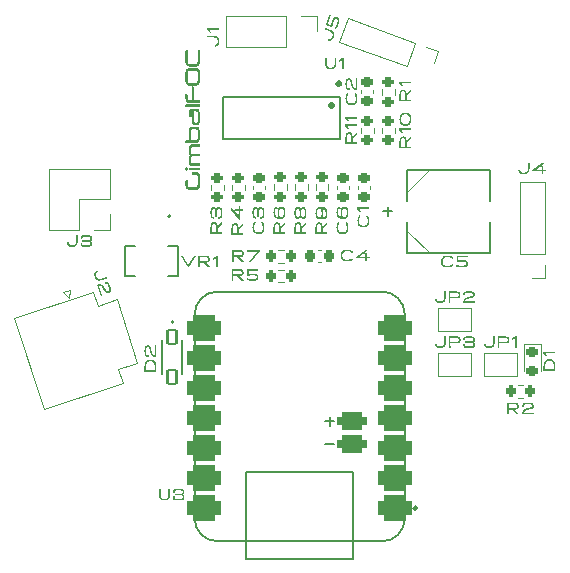
<source format=gbr>
%TF.GenerationSoftware,KiCad,Pcbnew,8.0.4*%
%TF.CreationDate,2025-06-19T10:42:41-04:00*%
%TF.ProjectId,foc_pcb,666f635f-7063-4622-9e6b-696361645f70,2.0*%
%TF.SameCoordinates,Original*%
%TF.FileFunction,Legend,Top*%
%TF.FilePolarity,Positive*%
%FSLAX46Y46*%
G04 Gerber Fmt 4.6, Leading zero omitted, Abs format (unit mm)*
G04 Created by KiCad (PCBNEW 8.0.4) date 2025-06-19 10:42:41*
%MOMM*%
%LPD*%
G01*
G04 APERTURE LIST*
G04 Aperture macros list*
%AMRoundRect*
0 Rectangle with rounded corners*
0 $1 Rounding radius*
0 $2 $3 $4 $5 $6 $7 $8 $9 X,Y pos of 4 corners*
0 Add a 4 corners polygon primitive as box body*
4,1,4,$2,$3,$4,$5,$6,$7,$8,$9,$2,$3,0*
0 Add four circle primitives for the rounded corners*
1,1,$1+$1,$2,$3*
1,1,$1+$1,$4,$5*
1,1,$1+$1,$6,$7*
1,1,$1+$1,$8,$9*
0 Add four rect primitives between the rounded corners*
20,1,$1+$1,$2,$3,$4,$5,0*
20,1,$1+$1,$4,$5,$6,$7,0*
20,1,$1+$1,$6,$7,$8,$9,0*
20,1,$1+$1,$8,$9,$2,$3,0*%
%AMHorizOval*
0 Thick line with rounded ends*
0 $1 width*
0 $2 $3 position (X,Y) of the first rounded end (center of the circle)*
0 $4 $5 position (X,Y) of the second rounded end (center of the circle)*
0 Add line between two ends*
20,1,$1,$2,$3,$4,$5,0*
0 Add two circle primitives to create the rounded ends*
1,1,$1,$2,$3*
1,1,$1,$4,$5*%
%AMRotRect*
0 Rectangle, with rotation*
0 The origin of the aperture is its center*
0 $1 length*
0 $2 width*
0 $3 Rotation angle, in degrees counterclockwise*
0 Add horizontal line*
21,1,$1,$2,0,0,$3*%
%AMFreePoly0*
4,1,6,1.000000,0.000000,0.500000,-0.750000,-0.500000,-0.750000,-0.500000,0.750000,0.500000,0.750000,1.000000,0.000000,1.000000,0.000000,$1*%
%AMFreePoly1*
4,1,6,0.500000,-0.750000,-0.650000,-0.750000,-0.150000,0.000000,-0.650000,0.750000,0.500000,0.750000,0.500000,-0.750000,0.500000,-0.750000,$1*%
G04 Aperture macros list end*
%ADD10C,0.300000*%
%ADD11C,0.150000*%
%ADD12C,0.120000*%
%ADD13C,0.152400*%
%ADD14C,0.100000*%
%ADD15C,0.127000*%
%ADD16C,0.254000*%
%ADD17C,0.200000*%
%ADD18C,0.152500*%
%ADD19C,0.010000*%
%ADD20RoundRect,0.200000X-0.275000X0.200000X-0.275000X-0.200000X0.275000X-0.200000X0.275000X0.200000X0*%
%ADD21RoundRect,0.218750X-0.256250X0.218750X-0.256250X-0.218750X0.256250X-0.218750X0.256250X0.218750X0*%
%ADD22R,2.692400X1.092200*%
%ADD23RoundRect,0.200000X0.200000X0.275000X-0.200000X0.275000X-0.200000X-0.275000X0.200000X-0.275000X0*%
%ADD24RoundRect,0.225000X0.250000X-0.225000X0.250000X0.225000X-0.250000X0.225000X-0.250000X-0.225000X0*%
%ADD25RoundRect,0.250001X-1.386080X0.706243X-0.706243X-1.386080X1.386080X-0.706243X0.706243X1.386080X0*%
%ADD26C,2.700000*%
%ADD27RoundRect,0.550800X0.925800X0.550800X-0.925800X0.550800X-0.925800X-0.550800X0.925800X-0.550800X0*%
%ADD28RoundRect,0.368300X-0.876300X0.368300X-0.876300X-0.368300X0.876300X-0.368300X0.876300X0.368300X0*%
%ADD29RoundRect,0.225000X-0.225000X-0.250000X0.225000X-0.250000X0.225000X0.250000X-0.225000X0.250000X0*%
%ADD30R,1.700000X1.700000*%
%ADD31O,1.700000X1.700000*%
%ADD32RoundRect,0.102000X-0.365000X0.605000X-0.365000X-0.605000X0.365000X-0.605000X0.365000X0.605000X0*%
%ADD33R,1.350000X1.350000*%
%ADD34O,1.350000X1.350000*%
%ADD35RoundRect,0.200000X0.275000X-0.200000X0.275000X0.200000X-0.275000X0.200000X-0.275000X-0.200000X0*%
%ADD36RotRect,1.350000X1.350000X250.000000*%
%ADD37HorizOval,1.350000X0.000000X0.000000X0.000000X0.000000X0*%
%ADD38O,0.343000X1.731500*%
%ADD39R,6.200000X2.750000*%
%ADD40FreePoly0,0.000000*%
%ADD41FreePoly1,0.000000*%
%ADD42C,3.200000*%
%ADD43RoundRect,0.225000X-0.250000X0.225000X-0.250000X-0.225000X0.250000X-0.225000X0.250000X0.225000X0*%
%ADD44RoundRect,0.200000X-0.200000X-0.275000X0.200000X-0.275000X0.200000X0.275000X-0.200000X0.275000X0*%
G04 APERTURE END LIST*
D10*
G36*
X302959232Y-142176030D02*
G01*
X302902894Y-142192304D01*
X302874368Y-142248612D01*
X302870718Y-142299715D01*
X302876725Y-142361161D01*
X302910738Y-142409847D01*
X302959232Y-142420175D01*
X303258185Y-142420175D01*
X303316267Y-142444034D01*
X303352119Y-142500560D01*
X303370293Y-142567193D01*
X303378422Y-142639833D01*
X303379818Y-142691285D01*
X303379818Y-143186903D01*
X303377357Y-143254250D01*
X303367864Y-143323959D01*
X303348302Y-143387452D01*
X303311020Y-143440203D01*
X303258185Y-143459771D01*
X302665261Y-143459771D01*
X302606400Y-143435504D01*
X302570759Y-143378343D01*
X302552906Y-143311269D01*
X302544982Y-143238398D01*
X302543628Y-143186903D01*
X302543628Y-142956826D01*
X302522928Y-142901234D01*
X302465538Y-142882542D01*
X302443391Y-142881794D01*
X302384370Y-142889615D01*
X302344912Y-142936267D01*
X302343154Y-142956826D01*
X302343154Y-143193644D01*
X302344404Y-143254300D01*
X302350975Y-143338198D01*
X302363189Y-143413535D01*
X302381056Y-143480248D01*
X302404586Y-143538273D01*
X302444787Y-143602014D01*
X302495097Y-143650045D01*
X302555541Y-143682215D01*
X302626143Y-143698372D01*
X302665261Y-143700399D01*
X303258185Y-143700399D01*
X303333358Y-143692304D01*
X303398608Y-143668122D01*
X303453904Y-143628003D01*
X303499216Y-143572098D01*
X303526629Y-143519901D01*
X303548395Y-143458973D01*
X303564502Y-143389378D01*
X303574935Y-143311180D01*
X303579683Y-143224443D01*
X303580000Y-143193644D01*
X303580000Y-142684544D01*
X303578791Y-142625027D01*
X303572414Y-142542221D01*
X303560504Y-142467345D01*
X303542995Y-142400583D01*
X303519822Y-142342120D01*
X303480001Y-142277402D01*
X303429840Y-142228208D01*
X303369184Y-142194979D01*
X303297879Y-142178154D01*
X303258185Y-142176030D01*
X302959232Y-142176030D01*
G37*
G36*
X302705415Y-141823441D02*
G01*
X302646718Y-141840814D01*
X302620156Y-141896227D01*
X302617194Y-141940385D01*
X302623547Y-141999309D01*
X302662078Y-142047794D01*
X302705415Y-142055570D01*
X303498520Y-142055570D01*
X303557217Y-142038290D01*
X303583779Y-141983623D01*
X303586741Y-141940385D01*
X303580388Y-141880274D01*
X303541856Y-141831245D01*
X303498520Y-141823441D01*
X302705415Y-141823441D01*
G37*
G36*
X302450132Y-142082534D02*
G01*
X302510336Y-142069223D01*
X302550360Y-142022574D01*
X302563125Y-141958065D01*
X302563558Y-141940385D01*
X302556593Y-141876999D01*
X302528035Y-141824529D01*
X302470606Y-141799417D01*
X302450132Y-141798235D01*
X302389798Y-141811606D01*
X302349836Y-141858326D01*
X302337136Y-141922753D01*
X302336706Y-141940385D01*
X302343630Y-142003647D01*
X302372108Y-142056146D01*
X302429591Y-142081345D01*
X302450132Y-142082534D01*
G37*
G36*
X303586741Y-139962018D02*
G01*
X303580388Y-139903094D01*
X303541856Y-139854609D01*
X303498520Y-139846833D01*
X302913803Y-139846833D01*
X302842865Y-139854510D01*
X302781486Y-139877094D01*
X302729634Y-139913912D01*
X302687280Y-139964289D01*
X302654391Y-140027553D01*
X302630937Y-140103031D01*
X302619520Y-140167250D01*
X302613380Y-140237676D01*
X302612212Y-140287935D01*
X302612212Y-140454411D01*
X302614333Y-140518574D01*
X302620593Y-140577624D01*
X302633351Y-140641367D01*
X302655132Y-140705348D01*
X302683937Y-140757461D01*
X302693398Y-140770071D01*
X302658827Y-140825964D01*
X302636016Y-140888202D01*
X302622328Y-140950588D01*
X302614333Y-141020596D01*
X302612212Y-141084265D01*
X302612212Y-141250741D01*
X302614841Y-141325080D01*
X302622739Y-141393427D01*
X302635918Y-141455495D01*
X302661727Y-141527984D01*
X302696980Y-141588113D01*
X302741706Y-141635198D01*
X302795936Y-141668555D01*
X302859702Y-141687502D01*
X302913803Y-141691843D01*
X303498520Y-141691843D01*
X303557217Y-141674563D01*
X303583779Y-141619896D01*
X303586741Y-141576658D01*
X303580388Y-141516547D01*
X303541856Y-141467518D01*
X303498520Y-141459715D01*
X302913803Y-141459715D01*
X302854251Y-141435544D01*
X302822558Y-141382049D01*
X302807310Y-141318040D01*
X302801232Y-141247050D01*
X302800669Y-141213811D01*
X302800669Y-141119729D01*
X302802874Y-141057145D01*
X302811435Y-140994802D01*
X302832946Y-140933909D01*
X302879309Y-140891222D01*
X302913803Y-140885256D01*
X303498520Y-140885256D01*
X303555285Y-140869444D01*
X303583286Y-140815539D01*
X303586741Y-140770071D01*
X303580388Y-140710219D01*
X303541856Y-140661013D01*
X303498520Y-140653127D01*
X302913803Y-140653127D01*
X302854121Y-140631683D01*
X302822471Y-140582071D01*
X302807277Y-140520917D01*
X302801228Y-140451716D01*
X302800669Y-140418947D01*
X302800669Y-140324865D01*
X302802886Y-140261200D01*
X302811485Y-140196840D01*
X302829360Y-140140025D01*
X302868923Y-140091376D01*
X302913803Y-140078961D01*
X303498520Y-140078961D01*
X303557217Y-140061434D01*
X303583779Y-140005941D01*
X303586741Y-139962018D01*
G37*
G36*
X303348841Y-138364238D02*
G01*
X303409984Y-138387453D01*
X303461804Y-138425938D01*
X303504272Y-138479525D01*
X303537356Y-138548046D01*
X303555993Y-138609136D01*
X303569321Y-138678460D01*
X303577328Y-138755948D01*
X303580000Y-138841529D01*
X303580000Y-139236323D01*
X303577328Y-139321829D01*
X303569321Y-139399257D01*
X303555993Y-139468533D01*
X303537356Y-139529585D01*
X303504272Y-139598071D01*
X303461804Y-139651637D01*
X303409984Y-139690111D01*
X303348841Y-139713322D01*
X303278408Y-139721096D01*
X302424926Y-139721096D01*
X302381590Y-139713320D01*
X302343058Y-139664835D01*
X302336706Y-139605912D01*
X302339667Y-139561753D01*
X302366230Y-139506341D01*
X302424926Y-139488968D01*
X302612212Y-139488968D01*
X302612212Y-138848270D01*
X302800669Y-138848270D01*
X302800669Y-139488968D01*
X303278408Y-139488968D01*
X303327362Y-139470550D01*
X303362191Y-139420648D01*
X303380563Y-139360335D01*
X303389510Y-139293910D01*
X303391835Y-139229582D01*
X303391835Y-138848270D01*
X303391244Y-138814828D01*
X303384895Y-138742234D01*
X303369152Y-138674933D01*
X303336998Y-138616458D01*
X303278408Y-138588591D01*
X302913803Y-138588591D01*
X302864139Y-138607066D01*
X302829565Y-138657072D01*
X302811585Y-138717461D01*
X302802910Y-138783930D01*
X302800669Y-138848270D01*
X302612212Y-138848270D01*
X302612212Y-138841529D01*
X302614841Y-138755948D01*
X302622739Y-138678460D01*
X302635918Y-138609136D01*
X302654391Y-138548046D01*
X302687280Y-138479525D01*
X302729634Y-138425938D01*
X302781486Y-138387453D01*
X302842865Y-138364238D01*
X302913803Y-138356463D01*
X303278408Y-138356463D01*
X303348841Y-138364238D01*
G37*
G36*
X303348841Y-136838698D02*
G01*
X303409984Y-136861912D01*
X303461804Y-136900397D01*
X303504272Y-136953984D01*
X303537356Y-137022505D01*
X303555993Y-137083595D01*
X303569321Y-137152919D01*
X303577328Y-137230407D01*
X303580000Y-137315988D01*
X303580000Y-137772918D01*
X303577328Y-137858424D01*
X303569321Y-137935851D01*
X303555993Y-138005127D01*
X303537356Y-138066180D01*
X303504272Y-138134666D01*
X303461804Y-138188232D01*
X303409984Y-138226706D01*
X303348841Y-138249916D01*
X303278408Y-138257691D01*
X303189309Y-138257691D01*
X303118455Y-138249916D01*
X303057115Y-138226706D01*
X303005269Y-138188232D01*
X302962896Y-138134666D01*
X302929974Y-138066180D01*
X302911474Y-138005127D01*
X302898270Y-137935851D01*
X302890354Y-137858424D01*
X302887718Y-137772918D01*
X302887790Y-137766177D01*
X303069434Y-137766177D01*
X303070704Y-137815375D01*
X303078126Y-137884851D01*
X303094812Y-137948603D01*
X303128016Y-138002711D01*
X303182568Y-138025563D01*
X303278408Y-138025563D01*
X303327362Y-138007144D01*
X303362191Y-137957243D01*
X303380563Y-137896929D01*
X303389510Y-137830505D01*
X303391835Y-137766177D01*
X303391835Y-137322436D01*
X303391244Y-137288998D01*
X303384895Y-137216436D01*
X303369152Y-137149205D01*
X303336998Y-137090837D01*
X303278408Y-137063050D01*
X303069434Y-137063050D01*
X303069434Y-137766177D01*
X302887790Y-137766177D01*
X302895256Y-137063079D01*
X302856064Y-137077449D01*
X302823250Y-137131138D01*
X302809024Y-137191428D01*
X302802357Y-137257940D01*
X302800669Y-137322436D01*
X302800669Y-137480413D01*
X302800247Y-137490586D01*
X302765484Y-137542824D01*
X302707173Y-137551927D01*
X302691218Y-137551511D01*
X302634617Y-137535272D01*
X302612212Y-137480413D01*
X302612212Y-137315988D01*
X302614841Y-137230407D01*
X302622739Y-137152919D01*
X302635918Y-137083595D01*
X302654391Y-137022505D01*
X302687280Y-136953984D01*
X302729634Y-136900397D01*
X302781486Y-136861912D01*
X302842865Y-136838698D01*
X302913803Y-136830922D01*
X303278408Y-136830922D01*
X303348841Y-136838698D01*
G37*
G36*
X302424926Y-136475109D02*
G01*
X302366230Y-136492482D01*
X302339667Y-136547894D01*
X302336706Y-136592053D01*
X302343058Y-136650976D01*
X302381590Y-136699461D01*
X302424926Y-136707237D01*
X303498520Y-136707237D01*
X303557217Y-136689958D01*
X303583779Y-136635291D01*
X303586741Y-136592053D01*
X303580388Y-136531942D01*
X303541856Y-136482913D01*
X303498520Y-136475109D01*
X302424926Y-136475109D01*
G37*
G36*
X302343154Y-135836756D02*
G01*
X302344404Y-135897412D01*
X302350975Y-135981310D01*
X302363189Y-136056648D01*
X302381056Y-136123361D01*
X302404586Y-136181385D01*
X302444787Y-136245126D01*
X302495097Y-136293157D01*
X302555541Y-136325327D01*
X302626143Y-136341484D01*
X302665261Y-136343511D01*
X303498520Y-136343511D01*
X303557346Y-136324964D01*
X303583812Y-136267662D01*
X303586741Y-136223344D01*
X303580447Y-136161428D01*
X303546191Y-136111979D01*
X303498520Y-136101418D01*
X303071193Y-136101418D01*
X303071193Y-135021962D01*
X303050492Y-134966492D01*
X302993102Y-134947690D01*
X302970956Y-134946930D01*
X302911934Y-134954828D01*
X302872477Y-135001487D01*
X302870718Y-135021962D01*
X302870718Y-136101418D01*
X302665261Y-136101418D01*
X302606400Y-136077491D01*
X302570759Y-136020859D01*
X302552906Y-135954153D01*
X302544982Y-135881474D01*
X302543628Y-135830015D01*
X302543628Y-135653574D01*
X302519859Y-135596538D01*
X302460154Y-135580955D01*
X302443391Y-135580594D01*
X302384499Y-135587766D01*
X302344924Y-135633103D01*
X302343154Y-135653574D01*
X302343154Y-135836756D01*
G37*
G36*
X303297010Y-133382673D02*
G01*
X303367225Y-133398809D01*
X303427502Y-133430944D01*
X303477810Y-133478940D01*
X303518118Y-133542654D01*
X303541768Y-133600670D01*
X303559762Y-133667389D01*
X303572088Y-133742753D01*
X303578733Y-133826700D01*
X303580000Y-133887405D01*
X303580000Y-134376281D01*
X303579683Y-134407081D01*
X303574935Y-134493818D01*
X303564502Y-134572016D01*
X303548395Y-134641611D01*
X303526629Y-134702539D01*
X303499216Y-134754736D01*
X303453904Y-134810641D01*
X303398608Y-134850760D01*
X303333358Y-134874942D01*
X303258185Y-134883036D01*
X302665261Y-134883036D01*
X302626143Y-134881010D01*
X302555541Y-134864853D01*
X302495097Y-134832683D01*
X302444787Y-134784652D01*
X302404586Y-134720911D01*
X302381056Y-134662886D01*
X302363189Y-134596173D01*
X302350975Y-134520836D01*
X302344404Y-134436938D01*
X302343154Y-134376281D01*
X302343154Y-133894146D01*
X302543628Y-133894146D01*
X302543628Y-134369540D01*
X302544982Y-134421035D01*
X302552906Y-134493907D01*
X302570759Y-134560980D01*
X302606400Y-134618142D01*
X302665261Y-134642408D01*
X303258185Y-134642408D01*
X303311020Y-134622840D01*
X303348302Y-134570089D01*
X303367864Y-134506597D01*
X303377357Y-134436888D01*
X303379818Y-134369540D01*
X303379818Y-133894146D01*
X303378422Y-133842651D01*
X303370293Y-133769779D01*
X303352119Y-133702706D01*
X303316267Y-133645544D01*
X303258185Y-133621278D01*
X302665261Y-133621278D01*
X302611659Y-133640846D01*
X302574528Y-133693597D01*
X302555283Y-133757089D01*
X302546018Y-133826799D01*
X302543628Y-133894146D01*
X302343154Y-133894146D01*
X302343154Y-133887405D01*
X302343466Y-133856580D01*
X302348159Y-133769784D01*
X302358490Y-133691553D01*
X302374472Y-133621946D01*
X302396113Y-133561022D01*
X302423424Y-133508841D01*
X302468676Y-133452968D01*
X302524051Y-133412885D01*
X302589571Y-133388732D01*
X302665261Y-133380650D01*
X303258185Y-133380650D01*
X303297010Y-133382673D01*
G37*
G36*
X303580000Y-131940399D02*
G01*
X303558850Y-131885522D01*
X303501685Y-131867798D01*
X303480055Y-131867126D01*
X303421163Y-131874390D01*
X303381589Y-131919915D01*
X303379818Y-131940399D01*
X303379818Y-132758710D01*
X303377357Y-132826057D01*
X303367864Y-132895767D01*
X303348302Y-132959259D01*
X303311020Y-133012010D01*
X303258185Y-133031578D01*
X302665261Y-133031578D01*
X302606400Y-133007312D01*
X302570759Y-132950150D01*
X302552906Y-132883077D01*
X302544982Y-132810205D01*
X302543628Y-132758710D01*
X302543628Y-131942157D01*
X302522928Y-131886687D01*
X302465538Y-131867885D01*
X302443391Y-131867126D01*
X302384370Y-131875024D01*
X302344912Y-131921683D01*
X302343154Y-131942157D01*
X302343154Y-132765451D01*
X302344404Y-132826107D01*
X302350975Y-132910005D01*
X302363189Y-132985343D01*
X302381056Y-133052056D01*
X302404586Y-133110080D01*
X302444787Y-133173822D01*
X302495097Y-133221852D01*
X302555541Y-133254022D01*
X302626143Y-133270179D01*
X302665261Y-133272206D01*
X303258185Y-133272206D01*
X303333358Y-133264112D01*
X303398608Y-133239929D01*
X303453904Y-133199810D01*
X303499216Y-133143905D01*
X303526629Y-133091708D01*
X303548395Y-133030780D01*
X303564502Y-132961186D01*
X303574935Y-132882988D01*
X303579683Y-132796250D01*
X303580000Y-132765451D01*
X303580000Y-131940399D01*
G37*
D11*
G36*
X321471000Y-135369298D02*
G01*
X321064091Y-135755690D01*
X321064091Y-136073450D01*
X321471000Y-136071985D01*
X321471000Y-136223171D01*
X320470581Y-136223171D01*
X320470581Y-135636744D01*
X320470718Y-135629661D01*
X320610776Y-135629661D01*
X320610776Y-136073450D01*
X320923896Y-136073450D01*
X320923896Y-135610121D01*
X320923569Y-135580712D01*
X320920959Y-135528436D01*
X320914614Y-135478474D01*
X320903526Y-135441024D01*
X320874558Y-135399340D01*
X320833589Y-135376852D01*
X320783700Y-135370519D01*
X320748041Y-135370519D01*
X320700216Y-135376690D01*
X320656450Y-135402759D01*
X320631964Y-135440067D01*
X320618592Y-135487511D01*
X320614142Y-135528000D01*
X320611539Y-135577263D01*
X320610776Y-135629661D01*
X320470718Y-135629661D01*
X320471546Y-135586834D01*
X320475469Y-135528848D01*
X320482408Y-135475752D01*
X320492365Y-135427545D01*
X320508297Y-135376151D01*
X320532374Y-135325090D01*
X320558930Y-135289149D01*
X320598463Y-135256616D01*
X320647207Y-135234205D01*
X320696317Y-135223051D01*
X320752193Y-135219333D01*
X320793958Y-135219333D01*
X320810578Y-135219661D01*
X320864601Y-135225979D01*
X320912172Y-135240338D01*
X320958639Y-135266594D01*
X320996680Y-135303352D01*
X321000827Y-135308686D01*
X321026172Y-135350613D01*
X321045066Y-135400582D01*
X321056125Y-135449812D01*
X321062445Y-135504950D01*
X321064091Y-135555411D01*
X321471000Y-135166332D01*
X321471000Y-135369298D01*
G37*
G36*
X320470581Y-134540826D02*
G01*
X320470581Y-134654155D01*
X320644726Y-134935523D01*
X320807636Y-134935523D01*
X320655961Y-134690547D01*
X321471000Y-134690547D01*
X321471000Y-134540826D01*
X320470581Y-134540826D01*
G37*
G36*
X333177989Y-158036720D02*
G01*
X333233905Y-158039822D01*
X333286707Y-158047062D01*
X333336395Y-158058438D01*
X333382969Y-158073952D01*
X333436808Y-158099161D01*
X333485780Y-158130833D01*
X333529887Y-158168970D01*
X333538077Y-158177389D01*
X333575125Y-158224308D01*
X333600083Y-158267631D01*
X333620882Y-158316098D01*
X333637521Y-158369709D01*
X333650000Y-158428465D01*
X333658320Y-158492365D01*
X333661830Y-158543666D01*
X333663000Y-158597861D01*
X333663000Y-159073890D01*
X332662581Y-159073890D01*
X332662581Y-158597861D01*
X332802776Y-158597861D01*
X332802776Y-158924169D01*
X333522804Y-158924169D01*
X333522804Y-158597861D01*
X333521804Y-158552058D01*
X333517358Y-158495382D01*
X333509355Y-158443729D01*
X333494350Y-158386224D01*
X333473787Y-158336567D01*
X333447667Y-158294757D01*
X333408987Y-158254944D01*
X333364016Y-158225558D01*
X333315600Y-158206733D01*
X333267366Y-158195714D01*
X333212915Y-158189417D01*
X333162790Y-158187777D01*
X333113374Y-158189417D01*
X333059427Y-158195714D01*
X333011319Y-158206733D01*
X332962572Y-158225558D01*
X332916593Y-158254944D01*
X332889917Y-158280498D01*
X332856573Y-158328102D01*
X332834898Y-158376273D01*
X332818782Y-158432172D01*
X332809890Y-158482456D01*
X332804555Y-158537685D01*
X332802776Y-158597861D01*
X332662581Y-158597861D01*
X332662621Y-158588530D01*
X332664533Y-158533702D01*
X332669313Y-158480848D01*
X332676960Y-158429969D01*
X332687476Y-158381065D01*
X332703369Y-158326507D01*
X332714299Y-158296805D01*
X332737247Y-158248517D01*
X332765056Y-158204928D01*
X332797727Y-158166038D01*
X332835260Y-158131845D01*
X332850167Y-158120310D01*
X332899374Y-158090171D01*
X332945523Y-158070172D01*
X332996346Y-158054823D01*
X333051845Y-158044125D01*
X333112018Y-158038079D01*
X333163523Y-158036591D01*
X333177989Y-158036720D01*
G37*
G36*
X332662581Y-157410108D02*
G01*
X332662581Y-157523436D01*
X332836726Y-157804804D01*
X332999636Y-157804804D01*
X332847961Y-157559828D01*
X333663000Y-157559828D01*
X333663000Y-157410108D01*
X332662581Y-157410108D01*
G37*
G36*
X324991773Y-149394748D02*
G01*
X324952022Y-149365195D01*
X324907021Y-149340038D01*
X324856768Y-149319277D01*
X324808489Y-149304718D01*
X324801263Y-149302913D01*
X324749874Y-149291873D01*
X324697432Y-149283545D01*
X324643939Y-149277929D01*
X324589394Y-149275023D01*
X324557753Y-149274581D01*
X324502005Y-149275729D01*
X324449249Y-149279175D01*
X324399486Y-149284917D01*
X324337790Y-149296146D01*
X324281414Y-149311459D01*
X324230357Y-149330856D01*
X324184621Y-149354335D01*
X324144205Y-149381899D01*
X324117383Y-149405251D01*
X324078473Y-149448727D01*
X324046157Y-149497486D01*
X324020436Y-149551528D01*
X324004608Y-149598566D01*
X323993001Y-149648985D01*
X323985615Y-149702785D01*
X323982449Y-149759966D01*
X323982317Y-149774790D01*
X323984428Y-149832817D01*
X323990759Y-149887462D01*
X324001311Y-149938727D01*
X324016084Y-149986610D01*
X324040485Y-150041709D01*
X324071482Y-150091524D01*
X324109074Y-150136057D01*
X324117383Y-150144330D01*
X324163748Y-150181974D01*
X324206824Y-150207495D01*
X324255221Y-150228933D01*
X324308937Y-150246288D01*
X324367973Y-150259559D01*
X324432329Y-150268747D01*
X324484087Y-150272958D01*
X324538838Y-150274872D01*
X324557753Y-150275000D01*
X324612899Y-150273667D01*
X324666994Y-150269670D01*
X324720036Y-150263008D01*
X324772027Y-150253682D01*
X324801263Y-150247156D01*
X324850117Y-150233196D01*
X324901026Y-150213149D01*
X324946684Y-150188736D01*
X324987091Y-150159958D01*
X324991773Y-150156053D01*
X325027284Y-150118570D01*
X325050391Y-150084490D01*
X325053322Y-150080338D01*
X324942680Y-149975069D01*
X324935597Y-149987770D01*
X324929979Y-150000226D01*
X324899377Y-150042339D01*
X324856420Y-150075865D01*
X324807195Y-150098697D01*
X324788563Y-150104762D01*
X324735852Y-150117906D01*
X324687000Y-150126325D01*
X324635601Y-150131870D01*
X324581654Y-150134540D01*
X324557753Y-150134804D01*
X324499699Y-150133422D01*
X324446436Y-150129274D01*
X324397964Y-150122362D01*
X324347469Y-150110803D01*
X324303496Y-150095481D01*
X324255461Y-150070290D01*
X324216041Y-150038955D01*
X324182348Y-149996933D01*
X324171850Y-149978000D01*
X324153313Y-149930327D01*
X324141929Y-149881723D01*
X324135338Y-149827257D01*
X324133503Y-149774790D01*
X324135338Y-149722324D01*
X324141929Y-149667858D01*
X324153313Y-149619253D01*
X324171850Y-149571580D01*
X324201287Y-149526524D01*
X324236877Y-149492459D01*
X324281083Y-149464537D01*
X324303496Y-149454099D01*
X324354284Y-149436895D01*
X324405710Y-149425874D01*
X324454980Y-149419423D01*
X324509042Y-149415736D01*
X324557753Y-149414776D01*
X324612257Y-149416237D01*
X324664422Y-149420620D01*
X324714251Y-149427925D01*
X324768335Y-149439850D01*
X324787830Y-149445307D01*
X324835366Y-149463258D01*
X324879282Y-149490169D01*
X324916205Y-149528408D01*
X324929979Y-149550819D01*
X324935597Y-149563520D01*
X324942680Y-149577686D01*
X325053322Y-149471196D01*
X325050391Y-149467044D01*
X325021815Y-149425645D01*
X324991773Y-149394748D01*
G37*
G36*
X325312952Y-149847330D02*
G01*
X325363045Y-149840894D01*
X325418984Y-149833910D01*
X325470372Y-149827733D01*
X325524573Y-149821547D01*
X325578933Y-149815823D01*
X325629628Y-149811335D01*
X325680843Y-149808129D01*
X325732577Y-149806206D01*
X325784829Y-149805565D01*
X325834746Y-149806191D01*
X325888203Y-149808391D01*
X325938800Y-149812176D01*
X325970942Y-149815579D01*
X326022097Y-149825297D01*
X326068085Y-149846348D01*
X326083050Y-149860519D01*
X326103392Y-149905033D01*
X326108207Y-149953332D01*
X326102666Y-150002059D01*
X326081829Y-150048037D01*
X326061312Y-150070080D01*
X326018696Y-150097636D01*
X325971343Y-150115273D01*
X325940168Y-150122103D01*
X325890637Y-150128801D01*
X325840716Y-150132708D01*
X325785734Y-150134606D01*
X325759672Y-150134804D01*
X325710047Y-150134014D01*
X325654278Y-150131096D01*
X325600800Y-150126027D01*
X325549612Y-150118807D01*
X325514452Y-150112334D01*
X325466411Y-150101019D01*
X325418883Y-150086735D01*
X325371870Y-150069483D01*
X325325370Y-150049262D01*
X325299030Y-150036374D01*
X325283643Y-150028070D01*
X325283643Y-150189759D01*
X325287795Y-150192445D01*
X325333820Y-150212595D01*
X325385187Y-150229815D01*
X325434516Y-150242477D01*
X325487936Y-150252896D01*
X325503950Y-150255460D01*
X325552456Y-150262100D01*
X325608721Y-150268111D01*
X325664635Y-150272252D01*
X325720199Y-150274522D01*
X325759672Y-150275000D01*
X325815949Y-150273995D01*
X325869375Y-150270981D01*
X325919951Y-150265958D01*
X325975353Y-150257558D01*
X326026874Y-150246423D01*
X326074143Y-150231209D01*
X326122240Y-150207182D01*
X326164017Y-150176072D01*
X326199474Y-150137878D01*
X326203462Y-150132606D01*
X326228910Y-150090091D01*
X326244494Y-150048342D01*
X326254976Y-149998156D01*
X326257928Y-149952843D01*
X326254508Y-149897629D01*
X326244250Y-149849223D01*
X326224535Y-149802905D01*
X326203217Y-149772836D01*
X326164930Y-149737564D01*
X326118152Y-149710211D01*
X326068792Y-149692363D01*
X326050810Y-149687840D01*
X325998420Y-149678009D01*
X325946968Y-149671711D01*
X325890281Y-149667564D01*
X325837525Y-149665720D01*
X325800217Y-149665369D01*
X325748109Y-149665930D01*
X325695130Y-149667611D01*
X325641281Y-149670414D01*
X325586561Y-149674338D01*
X325530971Y-149679382D01*
X325474510Y-149685548D01*
X325451682Y-149688328D01*
X325451682Y-149414776D01*
X326231305Y-149414776D01*
X326231305Y-149274581D01*
X325300496Y-149274581D01*
X325300496Y-149848796D01*
X325312952Y-149847330D01*
G37*
G36*
X306916017Y-148804546D02*
G01*
X306974003Y-148808469D01*
X307027099Y-148815408D01*
X307075306Y-148825365D01*
X307126700Y-148841297D01*
X307177761Y-148865374D01*
X307213702Y-148891930D01*
X307246235Y-148931463D01*
X307268646Y-148980207D01*
X307279800Y-149029317D01*
X307283518Y-149085193D01*
X307283518Y-149126958D01*
X307283190Y-149143578D01*
X307276872Y-149197601D01*
X307262513Y-149245172D01*
X307236257Y-149291639D01*
X307199499Y-149329680D01*
X307194165Y-149333827D01*
X307152238Y-149359172D01*
X307102269Y-149378066D01*
X307053039Y-149389125D01*
X306997901Y-149395445D01*
X306947440Y-149397091D01*
X307336519Y-149804000D01*
X307133553Y-149804000D01*
X306747161Y-149397091D01*
X306429401Y-149397091D01*
X306430866Y-149804000D01*
X306279680Y-149804000D01*
X306279680Y-149256896D01*
X306429401Y-149256896D01*
X306892730Y-149256896D01*
X306922139Y-149256569D01*
X306974415Y-149253959D01*
X307024377Y-149247614D01*
X307061827Y-149236526D01*
X307103511Y-149207558D01*
X307125999Y-149166589D01*
X307132332Y-149116700D01*
X307132332Y-149081041D01*
X307126161Y-149033216D01*
X307100092Y-148989450D01*
X307062784Y-148964964D01*
X307015340Y-148951592D01*
X306974851Y-148947142D01*
X306925588Y-148944539D01*
X306873190Y-148943776D01*
X306429401Y-148943776D01*
X306429401Y-149256896D01*
X306279680Y-149256896D01*
X306279680Y-148803581D01*
X306866107Y-148803581D01*
X306916017Y-148804546D01*
G37*
G36*
X308629785Y-148889799D02*
G01*
X308629785Y-148803581D01*
X307567328Y-148803581D01*
X307567328Y-148943776D01*
X308398975Y-148943776D01*
X307708745Y-149804000D01*
X307897789Y-149804000D01*
X308629785Y-148889799D01*
G37*
G36*
X316018748Y-135534461D02*
G01*
X315989195Y-135574212D01*
X315964038Y-135619213D01*
X315943277Y-135669466D01*
X315928718Y-135717745D01*
X315926913Y-135724971D01*
X315915873Y-135776360D01*
X315907545Y-135828802D01*
X315901929Y-135882295D01*
X315899023Y-135936840D01*
X315898581Y-135968481D01*
X315899729Y-136024229D01*
X315903175Y-136076985D01*
X315908917Y-136126748D01*
X315920146Y-136188444D01*
X315935459Y-136244820D01*
X315954856Y-136295877D01*
X315978335Y-136341613D01*
X316005899Y-136382029D01*
X316029251Y-136408851D01*
X316072727Y-136447761D01*
X316121486Y-136480077D01*
X316175528Y-136505798D01*
X316222566Y-136521626D01*
X316272985Y-136533233D01*
X316326785Y-136540619D01*
X316383966Y-136543785D01*
X316398790Y-136543917D01*
X316456817Y-136541806D01*
X316511462Y-136535475D01*
X316562727Y-136524923D01*
X316610610Y-136510150D01*
X316665709Y-136485749D01*
X316715524Y-136454752D01*
X316760057Y-136417160D01*
X316768330Y-136408851D01*
X316805974Y-136362486D01*
X316831495Y-136319410D01*
X316852933Y-136271013D01*
X316870288Y-136217297D01*
X316883559Y-136158261D01*
X316892747Y-136093905D01*
X316896958Y-136042147D01*
X316898872Y-135987396D01*
X316899000Y-135968481D01*
X316897667Y-135913335D01*
X316893670Y-135859240D01*
X316887008Y-135806198D01*
X316877682Y-135754207D01*
X316871156Y-135724971D01*
X316857196Y-135676117D01*
X316837149Y-135625208D01*
X316812736Y-135579550D01*
X316783958Y-135539143D01*
X316780053Y-135534461D01*
X316742570Y-135498950D01*
X316708490Y-135475843D01*
X316704338Y-135472912D01*
X316599069Y-135583554D01*
X316611770Y-135590637D01*
X316624226Y-135596255D01*
X316666339Y-135626857D01*
X316699865Y-135669814D01*
X316722697Y-135719039D01*
X316728762Y-135737671D01*
X316741906Y-135790382D01*
X316750325Y-135839234D01*
X316755870Y-135890633D01*
X316758540Y-135944580D01*
X316758804Y-135968481D01*
X316757422Y-136026535D01*
X316753274Y-136079798D01*
X316746362Y-136128270D01*
X316734803Y-136178765D01*
X316719481Y-136222738D01*
X316694290Y-136270773D01*
X316662955Y-136310193D01*
X316620933Y-136343886D01*
X316602000Y-136354384D01*
X316554327Y-136372921D01*
X316505723Y-136384305D01*
X316451257Y-136390896D01*
X316398790Y-136392731D01*
X316346324Y-136390896D01*
X316291858Y-136384305D01*
X316243253Y-136372921D01*
X316195580Y-136354384D01*
X316150524Y-136324947D01*
X316116459Y-136289357D01*
X316088537Y-136245151D01*
X316078099Y-136222738D01*
X316060895Y-136171950D01*
X316049874Y-136120524D01*
X316043423Y-136071254D01*
X316039736Y-136017192D01*
X316038776Y-135968481D01*
X316040237Y-135913977D01*
X316044620Y-135861812D01*
X316051925Y-135811983D01*
X316063850Y-135757899D01*
X316069307Y-135738404D01*
X316087258Y-135690868D01*
X316114169Y-135646952D01*
X316152408Y-135610029D01*
X316174819Y-135596255D01*
X316187520Y-135590637D01*
X316201686Y-135583554D01*
X316095196Y-135472912D01*
X316091044Y-135475843D01*
X316049645Y-135504419D01*
X316018748Y-135534461D01*
G37*
G36*
X315898581Y-134814189D02*
G01*
X315899470Y-134864507D01*
X315903082Y-134923122D01*
X315909473Y-134976978D01*
X315918643Y-135026076D01*
X315933315Y-135078712D01*
X315951988Y-135124496D01*
X315955489Y-135131461D01*
X315985074Y-135174286D01*
X316024031Y-135206594D01*
X316072362Y-135228382D01*
X316121248Y-135238686D01*
X316167248Y-135241370D01*
X316241742Y-135241370D01*
X316241742Y-135089939D01*
X316234659Y-135089939D01*
X316175552Y-135091405D01*
X316124988Y-135084536D01*
X316082496Y-135058707D01*
X316065643Y-135033275D01*
X316050347Y-134985951D01*
X316042554Y-134936284D01*
X316039196Y-134883863D01*
X316038776Y-134854733D01*
X316038776Y-134671551D01*
X316040285Y-134613179D01*
X316044811Y-134562319D01*
X316054225Y-134511206D01*
X316073535Y-134459884D01*
X316100570Y-134427797D01*
X316147112Y-134409274D01*
X316179216Y-134406792D01*
X316229592Y-134414197D01*
X316254931Y-134427797D01*
X316283106Y-134468827D01*
X316302665Y-134518362D01*
X316316725Y-134563596D01*
X316328042Y-134611509D01*
X316340073Y-134664575D01*
X316346034Y-134691091D01*
X316358734Y-134751174D01*
X316371022Y-134804492D01*
X316383704Y-134853069D01*
X316399000Y-134903753D01*
X316417139Y-134953777D01*
X316428832Y-134980763D01*
X316454503Y-135032277D01*
X316482974Y-135077643D01*
X316514244Y-135116861D01*
X316554263Y-135154845D01*
X316598092Y-135184461D01*
X316645673Y-135207111D01*
X316696948Y-135224198D01*
X316751915Y-135235722D01*
X316801970Y-135241172D01*
X316845755Y-135242591D01*
X316899000Y-135242591D01*
X316899000Y-134245836D01*
X316758804Y-134245836D01*
X316758804Y-135087253D01*
X316706765Y-135073239D01*
X316661779Y-135050738D01*
X316623845Y-135019750D01*
X316592963Y-134980274D01*
X316566814Y-134932555D01*
X316546112Y-134884440D01*
X316527444Y-134830387D01*
X316513061Y-134779331D01*
X316504303Y-134742870D01*
X316484764Y-134653233D01*
X316474414Y-134602782D01*
X316463427Y-134554162D01*
X316450944Y-134506439D01*
X316446662Y-134492277D01*
X316431873Y-134445623D01*
X316411732Y-134398052D01*
X316384907Y-134352729D01*
X316349876Y-134313274D01*
X316341393Y-134306164D01*
X316296637Y-134279502D01*
X316246634Y-134262715D01*
X316197145Y-134256050D01*
X316179704Y-134255606D01*
X316125809Y-134259375D01*
X316078061Y-134270684D01*
X316030126Y-134293406D01*
X315990559Y-134326389D01*
X315963305Y-134362828D01*
X315938085Y-134414166D01*
X315921399Y-134465388D01*
X315910969Y-134513164D01*
X315903701Y-134565566D01*
X315899592Y-134622596D01*
X315898581Y-134671551D01*
X315898581Y-134814189D01*
G37*
G36*
X295756986Y-151211473D02*
G01*
X295711097Y-151070241D01*
X295330608Y-151193869D01*
X295282185Y-151208374D01*
X295233463Y-151220518D01*
X295184441Y-151230302D01*
X295135118Y-151237726D01*
X295106800Y-151240908D01*
X295052746Y-151242902D01*
X295003826Y-151237770D01*
X294954925Y-151223481D01*
X294921382Y-151206133D01*
X294882417Y-151176246D01*
X294848224Y-151138606D01*
X294842324Y-151130380D01*
X294817236Y-151087206D01*
X294797016Y-151039515D01*
X294790028Y-151019223D01*
X294776982Y-150971542D01*
X294768992Y-150919132D01*
X294768790Y-150870190D01*
X294778094Y-150818501D01*
X294786560Y-150794355D01*
X294809909Y-150750028D01*
X294841006Y-150711370D01*
X294879851Y-150678380D01*
X294926445Y-150651058D01*
X294878443Y-150503322D01*
X294869529Y-150507503D01*
X294824818Y-150534260D01*
X294784287Y-150563735D01*
X294741170Y-150602690D01*
X294704072Y-150645559D01*
X294672995Y-150692339D01*
X294655621Y-150725700D01*
X294636209Y-150779308D01*
X294626947Y-150827348D01*
X294623971Y-150878450D01*
X294627282Y-150932613D01*
X294636879Y-150989836D01*
X294649083Y-151037819D01*
X294656694Y-151062546D01*
X294673156Y-151108603D01*
X294696250Y-151160968D01*
X294722142Y-151207545D01*
X294750831Y-151248336D01*
X294788949Y-151289646D01*
X294831096Y-151322623D01*
X294838512Y-151327309D01*
X294883919Y-151351845D01*
X294930304Y-151370664D01*
X294977667Y-151383766D01*
X295026007Y-151391151D01*
X295075324Y-151392820D01*
X295091980Y-151392106D01*
X295142768Y-151387648D01*
X295194637Y-151380347D01*
X295247586Y-151370203D01*
X295301615Y-151357217D01*
X295356725Y-151341387D01*
X295375335Y-151335478D01*
X295756986Y-151211473D01*
G37*
G36*
X295961146Y-151839814D02*
G01*
X295944751Y-151792233D01*
X295923203Y-151737604D01*
X295900482Y-151688358D01*
X295876589Y-151644497D01*
X295846370Y-151598971D01*
X295814463Y-151561198D01*
X295808981Y-151555656D01*
X295767610Y-151524068D01*
X295720576Y-151505381D01*
X295667878Y-151499594D01*
X295618200Y-151504901D01*
X295573622Y-151516563D01*
X295502774Y-151539583D01*
X295549569Y-151683602D01*
X295556305Y-151681414D01*
X295612066Y-151661755D01*
X295662278Y-151652662D01*
X295710673Y-151664096D01*
X295734559Y-151683076D01*
X295763731Y-151723357D01*
X295786490Y-151768185D01*
X295805883Y-151817002D01*
X295815284Y-151844577D01*
X295871890Y-152018793D01*
X295888493Y-152074775D01*
X295899905Y-152124544D01*
X295906747Y-152176064D01*
X295904241Y-152230841D01*
X295888445Y-152269713D01*
X295849904Y-152301711D01*
X295820139Y-152313992D01*
X295769940Y-152322517D01*
X295741639Y-152317413D01*
X295702164Y-152287098D01*
X295668255Y-152246030D01*
X295640905Y-152207356D01*
X295615336Y-152165284D01*
X295587496Y-152118534D01*
X295573633Y-152095158D01*
X295542987Y-152041939D01*
X295514825Y-151995029D01*
X295487752Y-151952748D01*
X295457543Y-151909272D01*
X295424833Y-151867301D01*
X295405373Y-151845249D01*
X295365040Y-151804189D01*
X295323944Y-151769841D01*
X295282085Y-151742206D01*
X295232287Y-151718447D01*
X295181451Y-151703825D01*
X295129199Y-151696987D01*
X295075154Y-151696581D01*
X295019316Y-151702607D01*
X294970027Y-151712892D01*
X294927947Y-151725072D01*
X294877308Y-151741526D01*
X295185322Y-152689496D01*
X295318656Y-152646173D01*
X295058644Y-151845939D01*
X295112466Y-151843185D01*
X295162204Y-151850683D01*
X295207857Y-151868433D01*
X295249426Y-151896433D01*
X295289041Y-151933736D01*
X295323598Y-151973099D01*
X295358056Y-152018738D01*
X295387512Y-152062851D01*
X295407109Y-152094821D01*
X295453391Y-152174032D01*
X295478825Y-152218816D01*
X295504298Y-152261662D01*
X295530918Y-152303191D01*
X295539367Y-152315337D01*
X295567849Y-152355137D01*
X295601704Y-152394156D01*
X295641221Y-152428971D01*
X295686731Y-152455670D01*
X295696995Y-152459811D01*
X295747799Y-152471337D01*
X295800542Y-152471851D01*
X295849669Y-152462897D01*
X295866394Y-152457930D01*
X295916486Y-152437690D01*
X295958403Y-152412180D01*
X295996970Y-152375758D01*
X296024408Y-152332162D01*
X296039068Y-152289084D01*
X296047189Y-152232466D01*
X296047230Y-152178594D01*
X296042386Y-152129934D01*
X296033106Y-152077850D01*
X296019390Y-152022342D01*
X296005224Y-151975470D01*
X295961146Y-151839814D01*
G37*
G36*
X301053309Y-169009581D02*
G01*
X300905053Y-169009581D01*
X300905053Y-169409651D01*
X300903838Y-169460209D01*
X300900191Y-169510369D01*
X300894114Y-169560133D01*
X300885605Y-169609498D01*
X300879652Y-169637529D01*
X300864539Y-169689797D01*
X300844359Y-169734738D01*
X300815598Y-169776538D01*
X300788794Y-169802637D01*
X300747560Y-169830460D01*
X300701515Y-169851347D01*
X300692073Y-169854417D01*
X300644309Y-169864935D01*
X300593258Y-169869428D01*
X300571906Y-169869804D01*
X300522012Y-169867640D01*
X300470574Y-169859646D01*
X300450762Y-169854417D01*
X300404247Y-169835376D01*
X300360416Y-169807104D01*
X300354774Y-169802637D01*
X300317017Y-169763706D01*
X300290254Y-169719002D01*
X300272207Y-169671577D01*
X300263672Y-169638262D01*
X300254440Y-169589338D01*
X300247476Y-169539807D01*
X300242779Y-169489668D01*
X300240350Y-169438922D01*
X300239980Y-169409651D01*
X300239980Y-169009581D01*
X300090259Y-169009581D01*
X300090259Y-169410872D01*
X300091767Y-169472440D01*
X300096289Y-169531604D01*
X300103826Y-169588364D01*
X300114378Y-169642719D01*
X300127945Y-169694671D01*
X300144527Y-169744217D01*
X300164123Y-169791360D01*
X300186735Y-169836099D01*
X300213888Y-169876857D01*
X300256190Y-169920162D01*
X300296721Y-169948693D01*
X300343198Y-169971789D01*
X300395621Y-169989451D01*
X300453989Y-170001678D01*
X300518303Y-170008471D01*
X300570441Y-170010000D01*
X300619339Y-170008576D01*
X300676308Y-170002793D01*
X300728661Y-169992562D01*
X300776400Y-169977882D01*
X300827593Y-169954395D01*
X300872141Y-169924502D01*
X300878919Y-169918897D01*
X300916535Y-169883268D01*
X300948964Y-169844891D01*
X300976206Y-169803767D01*
X300998262Y-169759895D01*
X301015132Y-169713275D01*
X301019603Y-169697124D01*
X301031058Y-169647322D01*
X301040142Y-169595733D01*
X301046857Y-169542358D01*
X301051202Y-169487198D01*
X301053177Y-169430251D01*
X301053309Y-169410872D01*
X301053309Y-169009581D01*
G37*
G36*
X301849296Y-170010000D02*
G01*
X301905322Y-170009018D01*
X301957141Y-170006073D01*
X302011210Y-170000302D01*
X302059784Y-169991968D01*
X302071069Y-169989483D01*
X302118488Y-169973845D01*
X302165104Y-169947178D01*
X302205328Y-169910733D01*
X302216149Y-169897892D01*
X302242682Y-169854844D01*
X302259387Y-169805690D01*
X302266021Y-169756231D01*
X302266463Y-169738646D01*
X302264471Y-169686814D01*
X302257757Y-169636525D01*
X302249610Y-169603091D01*
X302227104Y-169556555D01*
X302192307Y-169518031D01*
X302175360Y-169504417D01*
X302212110Y-169470364D01*
X302239786Y-169428103D01*
X302246679Y-169411605D01*
X302260203Y-169361823D01*
X302265980Y-169311411D01*
X302266463Y-169290949D01*
X302264020Y-169240451D01*
X302256693Y-169196915D01*
X302237687Y-169149575D01*
X302216149Y-169117780D01*
X302181216Y-169082441D01*
X302140317Y-169055406D01*
X302119429Y-169045729D01*
X302071987Y-169029382D01*
X302022934Y-169018839D01*
X301999750Y-169015931D01*
X301949397Y-169012061D01*
X301896845Y-169010083D01*
X301849296Y-169009581D01*
X301702262Y-169009581D01*
X301653016Y-169010470D01*
X301595667Y-169014082D01*
X301542993Y-169020473D01*
X301494993Y-169029643D01*
X301443565Y-169044315D01*
X301392073Y-169066489D01*
X301350390Y-169095791D01*
X301318944Y-169134116D01*
X301297736Y-169181463D01*
X301286767Y-169237833D01*
X301285095Y-169274096D01*
X301285095Y-169347369D01*
X301436281Y-169347369D01*
X301436281Y-169340530D01*
X301434816Y-169282889D01*
X301437747Y-169244542D01*
X301458122Y-169198199D01*
X301500930Y-169169996D01*
X301508333Y-169167606D01*
X301559784Y-169156741D01*
X301611581Y-169151517D01*
X301665132Y-169149794D01*
X301671487Y-169149776D01*
X301864683Y-169149776D01*
X301914620Y-169150516D01*
X301965727Y-169153355D01*
X302000971Y-169157348D01*
X302049884Y-169170838D01*
X302083769Y-169191786D01*
X302110077Y-169234249D01*
X302115277Y-169275806D01*
X302115277Y-169295101D01*
X302111613Y-169343705D01*
X302095737Y-169380097D01*
X302056573Y-169410606D01*
X302011473Y-169423328D01*
X301959412Y-169429021D01*
X301908433Y-169431571D01*
X301867370Y-169432121D01*
X301436281Y-169432121D01*
X301436281Y-169572316D01*
X301845144Y-169572316D01*
X301895692Y-169572316D01*
X301945186Y-169572316D01*
X301947237Y-169572316D01*
X301996880Y-169574881D01*
X302033944Y-169582575D01*
X302077666Y-169606302D01*
X302094272Y-169623852D01*
X302112795Y-169670184D01*
X302115277Y-169702009D01*
X302115277Y-169722526D01*
X302112057Y-169772314D01*
X302111613Y-169775038D01*
X302095737Y-169815338D01*
X302056573Y-169846988D01*
X302011473Y-169860279D01*
X301959412Y-169866446D01*
X301908433Y-169869209D01*
X301867370Y-169869804D01*
X301679792Y-169869804D01*
X301629840Y-169869014D01*
X301580506Y-169866096D01*
X301562311Y-169864187D01*
X301513856Y-169852569D01*
X301480978Y-169836587D01*
X301447719Y-169800447D01*
X301437747Y-169770153D01*
X301434816Y-169731318D01*
X301436281Y-169661953D01*
X301285095Y-169661953D01*
X301285095Y-169715931D01*
X301286133Y-169765696D01*
X301289247Y-169801172D01*
X301303613Y-169847928D01*
X301329069Y-169891280D01*
X301335409Y-169899113D01*
X301369537Y-169934404D01*
X301413710Y-169964553D01*
X301459095Y-169983530D01*
X301480978Y-169989483D01*
X301534722Y-169999401D01*
X301588074Y-170005492D01*
X301639064Y-170008717D01*
X301694075Y-170009979D01*
X301702262Y-170010000D01*
X301849296Y-170010000D01*
G37*
G36*
X316487840Y-148886748D02*
G01*
X316448089Y-148857195D01*
X316403088Y-148832038D01*
X316352835Y-148811277D01*
X316304556Y-148796718D01*
X316297330Y-148794913D01*
X316245941Y-148783873D01*
X316193499Y-148775545D01*
X316140006Y-148769929D01*
X316085461Y-148767023D01*
X316053820Y-148766581D01*
X315998072Y-148767729D01*
X315945316Y-148771175D01*
X315895553Y-148776917D01*
X315833857Y-148788146D01*
X315777481Y-148803459D01*
X315726424Y-148822856D01*
X315680688Y-148846335D01*
X315640272Y-148873899D01*
X315613450Y-148897251D01*
X315574540Y-148940727D01*
X315542224Y-148989486D01*
X315516503Y-149043528D01*
X315500675Y-149090566D01*
X315489068Y-149140985D01*
X315481682Y-149194785D01*
X315478516Y-149251966D01*
X315478384Y-149266790D01*
X315480495Y-149324817D01*
X315486826Y-149379462D01*
X315497378Y-149430727D01*
X315512151Y-149478610D01*
X315536552Y-149533709D01*
X315567549Y-149583524D01*
X315605141Y-149628057D01*
X315613450Y-149636330D01*
X315659815Y-149673974D01*
X315702891Y-149699495D01*
X315751288Y-149720933D01*
X315805004Y-149738288D01*
X315864040Y-149751559D01*
X315928396Y-149760747D01*
X315980154Y-149764958D01*
X316034905Y-149766872D01*
X316053820Y-149767000D01*
X316108966Y-149765667D01*
X316163061Y-149761670D01*
X316216103Y-149755008D01*
X316268094Y-149745682D01*
X316297330Y-149739156D01*
X316346184Y-149725196D01*
X316397093Y-149705149D01*
X316442751Y-149680736D01*
X316483158Y-149651958D01*
X316487840Y-149648053D01*
X316523351Y-149610570D01*
X316546458Y-149576490D01*
X316549389Y-149572338D01*
X316438747Y-149467069D01*
X316431664Y-149479770D01*
X316426046Y-149492226D01*
X316395444Y-149534339D01*
X316352487Y-149567865D01*
X316303262Y-149590697D01*
X316284630Y-149596762D01*
X316231919Y-149609906D01*
X316183067Y-149618325D01*
X316131668Y-149623870D01*
X316077721Y-149626540D01*
X316053820Y-149626804D01*
X315995766Y-149625422D01*
X315942503Y-149621274D01*
X315894031Y-149614362D01*
X315843536Y-149602803D01*
X315799563Y-149587481D01*
X315751528Y-149562290D01*
X315712108Y-149530955D01*
X315678415Y-149488933D01*
X315667917Y-149470000D01*
X315649380Y-149422327D01*
X315637996Y-149373723D01*
X315631405Y-149319257D01*
X315629570Y-149266790D01*
X315631405Y-149214324D01*
X315637996Y-149159858D01*
X315649380Y-149111253D01*
X315667917Y-149063580D01*
X315697354Y-149018524D01*
X315732944Y-148984459D01*
X315777150Y-148956537D01*
X315799563Y-148946099D01*
X315850351Y-148928895D01*
X315901777Y-148917874D01*
X315951047Y-148911423D01*
X316005109Y-148907736D01*
X316053820Y-148906776D01*
X316108324Y-148908237D01*
X316160489Y-148912620D01*
X316210318Y-148919925D01*
X316264402Y-148931850D01*
X316283897Y-148937307D01*
X316331433Y-148955258D01*
X316375349Y-148982169D01*
X316412272Y-149020408D01*
X316426046Y-149042819D01*
X316431664Y-149055520D01*
X316438747Y-149069686D01*
X316549389Y-148963196D01*
X316546458Y-148959044D01*
X316517882Y-148917645D01*
X316487840Y-148886748D01*
G37*
G36*
X317842166Y-148766581D02*
G01*
X317606961Y-148766581D01*
X316779710Y-149409672D01*
X316779710Y-149500775D01*
X317562264Y-149500775D01*
X317562264Y-149767000D01*
X317711985Y-149767000D01*
X317711985Y-149500775D01*
X317972348Y-149500775D01*
X317972348Y-149360579D01*
X317711985Y-149360579D01*
X317711985Y-149063580D01*
X317562264Y-149063580D01*
X317562264Y-149360579D01*
X317077931Y-149360579D01*
X317842166Y-148766581D01*
G37*
G36*
X304214581Y-130650997D02*
G01*
X304214581Y-130799497D01*
X304614651Y-130799497D01*
X304665185Y-130800666D01*
X304715276Y-130804172D01*
X304764922Y-130810016D01*
X304814124Y-130818197D01*
X304842041Y-130823921D01*
X304894064Y-130838728D01*
X304939005Y-130858726D01*
X304981097Y-130887427D01*
X305007637Y-130914291D01*
X305035460Y-130954756D01*
X305056347Y-131001121D01*
X305059417Y-131010767D01*
X305069935Y-131059580D01*
X305074428Y-131111186D01*
X305074804Y-131132644D01*
X305072477Y-131182023D01*
X305063880Y-131234336D01*
X305048949Y-131280945D01*
X305024128Y-131327229D01*
X305008614Y-131347578D01*
X304972711Y-131382520D01*
X304931189Y-131409677D01*
X304884050Y-131429048D01*
X304831294Y-131440634D01*
X304831294Y-131595973D01*
X304841064Y-131594752D01*
X304891855Y-131583120D01*
X304939510Y-131567613D01*
X304992555Y-131543888D01*
X305041084Y-131514582D01*
X305085097Y-131479694D01*
X305111929Y-131453335D01*
X305146957Y-131408350D01*
X305170611Y-131365522D01*
X305189232Y-131317841D01*
X305202820Y-131265306D01*
X305211376Y-131207918D01*
X305214597Y-131158512D01*
X305215000Y-131132644D01*
X305213576Y-131083754D01*
X305207793Y-131026816D01*
X305197562Y-130974517D01*
X305182882Y-130926857D01*
X305159395Y-130875790D01*
X305129502Y-130831402D01*
X305123897Y-130824654D01*
X305088294Y-130787288D01*
X305049994Y-130755056D01*
X305008999Y-130727960D01*
X304965307Y-130705998D01*
X304918919Y-130689171D01*
X304902857Y-130684703D01*
X304853178Y-130673248D01*
X304801592Y-130664164D01*
X304748100Y-130657449D01*
X304692701Y-130653104D01*
X304635397Y-130651129D01*
X304615872Y-130650997D01*
X304214581Y-130650997D01*
G37*
G36*
X304214581Y-130024026D02*
G01*
X304214581Y-130137355D01*
X304388726Y-130418722D01*
X304551636Y-130418722D01*
X304399961Y-130173747D01*
X305215000Y-130173747D01*
X305215000Y-130024026D01*
X304214581Y-130024026D01*
G37*
G36*
X299395989Y-158083627D02*
G01*
X299451905Y-158086729D01*
X299504707Y-158093969D01*
X299554395Y-158105345D01*
X299600969Y-158120859D01*
X299654808Y-158146068D01*
X299703780Y-158177740D01*
X299747887Y-158215877D01*
X299756077Y-158224296D01*
X299793125Y-158271215D01*
X299818083Y-158314538D01*
X299838882Y-158363005D01*
X299855521Y-158416616D01*
X299868000Y-158475372D01*
X299876320Y-158539272D01*
X299879830Y-158590573D01*
X299881000Y-158644768D01*
X299881000Y-159120797D01*
X298880581Y-159120797D01*
X298880581Y-158644768D01*
X299020776Y-158644768D01*
X299020776Y-158971076D01*
X299740804Y-158971076D01*
X299740804Y-158644768D01*
X299739804Y-158598965D01*
X299735358Y-158542289D01*
X299727355Y-158490636D01*
X299712350Y-158433131D01*
X299691787Y-158383474D01*
X299665667Y-158341664D01*
X299626987Y-158301851D01*
X299582016Y-158272465D01*
X299533600Y-158253640D01*
X299485366Y-158242621D01*
X299430915Y-158236324D01*
X299380790Y-158234684D01*
X299331374Y-158236324D01*
X299277427Y-158242621D01*
X299229319Y-158253640D01*
X299180572Y-158272465D01*
X299134593Y-158301851D01*
X299107917Y-158327405D01*
X299074573Y-158375009D01*
X299052898Y-158423180D01*
X299036782Y-158479079D01*
X299027890Y-158529363D01*
X299022555Y-158584592D01*
X299020776Y-158644768D01*
X298880581Y-158644768D01*
X298880621Y-158635437D01*
X298882533Y-158580609D01*
X298887313Y-158527755D01*
X298894960Y-158476876D01*
X298905476Y-158427972D01*
X298921369Y-158373414D01*
X298932299Y-158343712D01*
X298955247Y-158295424D01*
X298983056Y-158251835D01*
X299015727Y-158212945D01*
X299053260Y-158178752D01*
X299068167Y-158167217D01*
X299117374Y-158137078D01*
X299163523Y-158117079D01*
X299214346Y-158101730D01*
X299269845Y-158091032D01*
X299330018Y-158084986D01*
X299381523Y-158083498D01*
X299395989Y-158083627D01*
G37*
G36*
X298880581Y-157423309D02*
G01*
X298881470Y-157473627D01*
X298885082Y-157532242D01*
X298891473Y-157586098D01*
X298900643Y-157635196D01*
X298915315Y-157687832D01*
X298933988Y-157733616D01*
X298937489Y-157740581D01*
X298967074Y-157783407D01*
X299006031Y-157815714D01*
X299054362Y-157837503D01*
X299103248Y-157847807D01*
X299149248Y-157850490D01*
X299223742Y-157850490D01*
X299223742Y-157699059D01*
X299216659Y-157699059D01*
X299157552Y-157700525D01*
X299106988Y-157693656D01*
X299064496Y-157667827D01*
X299047643Y-157642395D01*
X299032347Y-157595071D01*
X299024554Y-157545404D01*
X299021196Y-157492983D01*
X299020776Y-157463853D01*
X299020776Y-157280671D01*
X299022285Y-157222299D01*
X299026811Y-157171439D01*
X299036225Y-157120326D01*
X299055535Y-157069004D01*
X299082570Y-157036917D01*
X299129112Y-157018394D01*
X299161216Y-157015912D01*
X299211592Y-157023317D01*
X299236931Y-157036917D01*
X299265106Y-157077947D01*
X299284665Y-157127482D01*
X299298725Y-157172716D01*
X299310042Y-157220630D01*
X299322073Y-157273695D01*
X299328034Y-157300211D01*
X299340734Y-157360294D01*
X299353022Y-157413612D01*
X299365704Y-157462190D01*
X299381000Y-157512873D01*
X299399139Y-157562897D01*
X299410832Y-157589883D01*
X299436503Y-157641397D01*
X299464974Y-157686763D01*
X299496244Y-157725981D01*
X299536263Y-157763965D01*
X299580092Y-157793581D01*
X299627673Y-157816231D01*
X299678948Y-157833318D01*
X299733915Y-157844842D01*
X299783970Y-157850292D01*
X299827755Y-157851711D01*
X299881000Y-157851711D01*
X299881000Y-156854956D01*
X299740804Y-156854956D01*
X299740804Y-157696373D01*
X299688765Y-157682359D01*
X299643779Y-157659858D01*
X299605845Y-157628870D01*
X299574963Y-157589394D01*
X299548814Y-157541675D01*
X299528112Y-157493560D01*
X299509444Y-157439507D01*
X299495061Y-157388451D01*
X299486303Y-157351990D01*
X299466764Y-157262353D01*
X299456414Y-157211902D01*
X299445427Y-157163282D01*
X299432944Y-157115559D01*
X299428662Y-157101397D01*
X299413873Y-157054743D01*
X299393732Y-157007172D01*
X299366907Y-156961849D01*
X299331876Y-156922394D01*
X299323393Y-156915284D01*
X299278637Y-156888622D01*
X299228634Y-156871835D01*
X299179145Y-156865170D01*
X299161704Y-156864726D01*
X299107809Y-156868495D01*
X299060061Y-156879804D01*
X299012126Y-156902526D01*
X298972559Y-156935509D01*
X298945305Y-156971948D01*
X298920085Y-157023286D01*
X298903399Y-157074508D01*
X298892969Y-157122284D01*
X298885701Y-157174686D01*
X298881592Y-157231716D01*
X298880581Y-157280671D01*
X298880581Y-157423309D01*
G37*
G36*
X331484398Y-141400581D02*
G01*
X331335898Y-141400581D01*
X331335898Y-141800651D01*
X331334729Y-141851185D01*
X331331223Y-141901276D01*
X331325379Y-141950922D01*
X331317198Y-142000124D01*
X331311474Y-142028041D01*
X331296667Y-142080064D01*
X331276669Y-142125005D01*
X331247968Y-142167097D01*
X331221104Y-142193637D01*
X331180639Y-142221460D01*
X331134274Y-142242347D01*
X331124628Y-142245417D01*
X331075815Y-142255935D01*
X331024209Y-142260428D01*
X331002751Y-142260804D01*
X330953372Y-142258477D01*
X330901059Y-142249880D01*
X330854450Y-142234949D01*
X330808166Y-142210128D01*
X330787817Y-142194614D01*
X330752875Y-142158711D01*
X330725718Y-142117189D01*
X330706347Y-142070050D01*
X330694761Y-142017294D01*
X330539422Y-142017294D01*
X330540643Y-142027064D01*
X330552275Y-142077855D01*
X330567782Y-142125510D01*
X330591507Y-142178555D01*
X330620813Y-142227084D01*
X330655701Y-142271097D01*
X330682060Y-142297929D01*
X330727045Y-142332957D01*
X330769873Y-142356611D01*
X330817554Y-142375232D01*
X330870089Y-142388820D01*
X330927477Y-142397376D01*
X330976883Y-142400597D01*
X331002751Y-142401000D01*
X331051641Y-142399576D01*
X331108579Y-142393793D01*
X331160878Y-142383562D01*
X331208538Y-142368882D01*
X331259605Y-142345395D01*
X331303993Y-142315502D01*
X331310741Y-142309897D01*
X331348107Y-142274294D01*
X331380339Y-142235994D01*
X331407435Y-142194999D01*
X331429397Y-142151307D01*
X331446224Y-142104919D01*
X331450692Y-142088857D01*
X331462147Y-142039178D01*
X331471231Y-141987592D01*
X331477946Y-141934100D01*
X331482291Y-141878701D01*
X331484266Y-141821397D01*
X331484398Y-141801872D01*
X331484398Y-141400581D01*
G37*
G36*
X332779129Y-141400581D02*
G01*
X332543923Y-141400581D01*
X331716673Y-142043672D01*
X331716673Y-142134775D01*
X332499227Y-142134775D01*
X332499227Y-142401000D01*
X332648948Y-142401000D01*
X332648948Y-142134775D01*
X332909310Y-142134775D01*
X332909310Y-141994579D01*
X332648948Y-141994579D01*
X332648948Y-141697580D01*
X332499227Y-141697580D01*
X332499227Y-141994579D01*
X332014893Y-141994579D01*
X332779129Y-141400581D01*
G37*
G36*
X302651703Y-150275000D02*
G01*
X303222987Y-149274581D01*
X303056169Y-149274581D01*
X302601389Y-150074965D01*
X302135129Y-149274581D01*
X301962938Y-149274581D01*
X302548144Y-150275000D01*
X302651703Y-150275000D01*
G37*
G36*
X304051054Y-149275546D02*
G01*
X304109040Y-149279469D01*
X304162137Y-149286408D01*
X304210344Y-149296365D01*
X304261738Y-149312297D01*
X304312799Y-149336374D01*
X304348739Y-149362930D01*
X304381272Y-149402463D01*
X304403684Y-149451207D01*
X304414838Y-149500317D01*
X304418556Y-149556193D01*
X304418556Y-149597958D01*
X304418227Y-149614578D01*
X304411910Y-149668601D01*
X304397551Y-149716172D01*
X304371295Y-149762639D01*
X304334536Y-149800680D01*
X304329203Y-149804827D01*
X304287275Y-149830172D01*
X304237306Y-149849066D01*
X304188076Y-149860125D01*
X304132938Y-149866445D01*
X304082478Y-149868091D01*
X304471556Y-150275000D01*
X304268591Y-150275000D01*
X303882198Y-149868091D01*
X303564438Y-149868091D01*
X303565904Y-150275000D01*
X303414718Y-150275000D01*
X303414718Y-149727896D01*
X303564438Y-149727896D01*
X304027767Y-149727896D01*
X304057176Y-149727569D01*
X304109452Y-149724959D01*
X304159414Y-149718614D01*
X304196865Y-149707526D01*
X304238549Y-149678558D01*
X304261037Y-149637589D01*
X304267369Y-149587700D01*
X304267369Y-149552041D01*
X304261198Y-149504216D01*
X304235129Y-149460450D01*
X304197821Y-149435964D01*
X304150377Y-149422592D01*
X304109888Y-149418142D01*
X304060625Y-149415539D01*
X304008228Y-149414776D01*
X303564438Y-149414776D01*
X303564438Y-149727896D01*
X303414718Y-149727896D01*
X303414718Y-149274581D01*
X304001145Y-149274581D01*
X304051054Y-149275546D01*
G37*
G36*
X305097062Y-149274581D02*
G01*
X304983734Y-149274581D01*
X304702366Y-149448726D01*
X304702366Y-149611636D01*
X304947341Y-149459961D01*
X304947341Y-150275000D01*
X305097062Y-150275000D01*
X305097062Y-149274581D01*
G37*
G36*
X307247000Y-146689903D02*
G01*
X306840091Y-147076295D01*
X306840091Y-147394055D01*
X307247000Y-147392590D01*
X307247000Y-147543776D01*
X306246581Y-147543776D01*
X306246581Y-146957349D01*
X306246718Y-146950266D01*
X306386776Y-146950266D01*
X306386776Y-147394055D01*
X306699896Y-147394055D01*
X306699896Y-146930726D01*
X306699569Y-146901317D01*
X306696959Y-146849041D01*
X306690614Y-146799079D01*
X306679526Y-146761629D01*
X306650558Y-146719945D01*
X306609589Y-146697457D01*
X306559700Y-146691124D01*
X306524041Y-146691124D01*
X306476216Y-146697295D01*
X306432450Y-146723364D01*
X306407964Y-146760672D01*
X306394592Y-146808116D01*
X306390142Y-146848605D01*
X306387539Y-146897868D01*
X306386776Y-146950266D01*
X306246718Y-146950266D01*
X306247546Y-146907439D01*
X306251469Y-146849453D01*
X306258408Y-146796357D01*
X306268365Y-146748150D01*
X306284297Y-146696756D01*
X306308374Y-146645695D01*
X306334930Y-146609754D01*
X306374463Y-146577221D01*
X306423207Y-146554810D01*
X306472317Y-146543656D01*
X306528193Y-146539938D01*
X306569958Y-146539938D01*
X306586578Y-146540266D01*
X306640601Y-146546584D01*
X306688172Y-146560943D01*
X306734639Y-146587199D01*
X306772680Y-146623957D01*
X306776827Y-146629291D01*
X306802172Y-146671218D01*
X306821066Y-146721187D01*
X306832125Y-146770417D01*
X306838445Y-146825555D01*
X306840091Y-146876016D01*
X307247000Y-146486937D01*
X307247000Y-146689903D01*
G37*
G36*
X306246581Y-145193671D02*
G01*
X306246581Y-145428877D01*
X306889672Y-146256128D01*
X306980775Y-146256128D01*
X306980775Y-145473574D01*
X307247000Y-145473574D01*
X307247000Y-145323853D01*
X306980775Y-145323853D01*
X306980775Y-145063490D01*
X306840579Y-145063490D01*
X306840579Y-145323853D01*
X306543580Y-145323853D01*
X306543580Y-145473574D01*
X306840579Y-145473574D01*
X306840579Y-145957907D01*
X306246581Y-145193671D01*
G37*
G36*
X314136272Y-129980625D02*
G01*
X314085482Y-130120169D01*
X314461425Y-130257001D01*
X314508512Y-130275383D01*
X314554383Y-130295810D01*
X314599036Y-130318281D01*
X314642473Y-130342797D01*
X314666748Y-130357724D01*
X314710570Y-130389432D01*
X314745961Y-130423594D01*
X314775698Y-130464960D01*
X314791450Y-130499282D01*
X314803755Y-130546822D01*
X314807524Y-130597534D01*
X314807110Y-130607649D01*
X314800299Y-130657116D01*
X314786871Y-130707146D01*
X314779885Y-130727439D01*
X314760809Y-130773044D01*
X314734839Y-130819262D01*
X314704867Y-130857953D01*
X314665712Y-130892957D01*
X314644175Y-130906772D01*
X314598486Y-130927327D01*
X314550180Y-130938645D01*
X314499259Y-130940726D01*
X314445721Y-130933569D01*
X314392592Y-131079540D01*
X314402191Y-131081734D01*
X314453897Y-131088176D01*
X314503982Y-131089902D01*
X314561942Y-131085751D01*
X314617568Y-131074810D01*
X314670858Y-131057079D01*
X314705088Y-131041487D01*
X314753389Y-131011195D01*
X314790264Y-130979040D01*
X314824070Y-130940604D01*
X314854807Y-130895885D01*
X314882475Y-130844883D01*
X314902400Y-130799558D01*
X314911625Y-130775388D01*
X314927009Y-130728959D01*
X314941049Y-130673477D01*
X314949322Y-130620833D01*
X314951828Y-130571027D01*
X314947223Y-130515006D01*
X314934315Y-130463072D01*
X314931356Y-130454813D01*
X314910680Y-130407523D01*
X314885714Y-130364137D01*
X314856458Y-130324653D01*
X314822913Y-130289072D01*
X314785077Y-130257394D01*
X314771512Y-130247702D01*
X314728747Y-130219947D01*
X314683379Y-130193767D01*
X314635409Y-130169162D01*
X314584838Y-130146131D01*
X314531665Y-130124676D01*
X314513362Y-130117875D01*
X314136272Y-129980625D01*
G37*
G36*
X314763948Y-129930708D02*
G01*
X314775032Y-129881435D01*
X314787602Y-129826481D01*
X314799373Y-129776079D01*
X314812098Y-129723031D01*
X314825311Y-129669992D01*
X314838433Y-129620819D01*
X314852937Y-129571596D01*
X314868823Y-129522325D01*
X314886092Y-129473004D01*
X314903753Y-129426311D01*
X314924104Y-129376831D01*
X314944965Y-129330580D01*
X314959157Y-129301540D01*
X314985785Y-129256794D01*
X315021295Y-129220779D01*
X315039730Y-129211564D01*
X315088516Y-129207673D01*
X315135549Y-129219668D01*
X315179443Y-129241541D01*
X315215521Y-129276846D01*
X315229218Y-129303665D01*
X315240537Y-129353136D01*
X315240914Y-129403665D01*
X315236670Y-129435296D01*
X315226024Y-129484131D01*
X315212621Y-129532377D01*
X315195599Y-129584693D01*
X315186872Y-129609250D01*
X315169157Y-129655613D01*
X315147340Y-129707020D01*
X315124286Y-129755539D01*
X315099995Y-129801171D01*
X315081887Y-129831996D01*
X315054823Y-129873271D01*
X315025145Y-129913047D01*
X314992854Y-129951325D01*
X314957949Y-129988104D01*
X314936829Y-130008447D01*
X314923763Y-130020066D01*
X315075701Y-130075367D01*
X315079646Y-130072384D01*
X315114322Y-130036027D01*
X315148071Y-129993647D01*
X315176841Y-129951624D01*
X315204902Y-129904989D01*
X315212789Y-129890817D01*
X315235619Y-129847508D01*
X315260511Y-129796692D01*
X315283526Y-129745566D01*
X315304664Y-129694130D01*
X315318613Y-129657200D01*
X315336916Y-129603973D01*
X315352357Y-129552738D01*
X315364935Y-129503495D01*
X315375990Y-129448561D01*
X315383148Y-129396339D01*
X315385019Y-129346717D01*
X315378890Y-129293303D01*
X315363945Y-129243405D01*
X315340182Y-129197024D01*
X315336591Y-129191473D01*
X315305344Y-129153019D01*
X315271443Y-129124095D01*
X315227868Y-129097081D01*
X315186298Y-129078809D01*
X315133244Y-129063138D01*
X315084249Y-129056222D01*
X315033981Y-129058906D01*
X314998435Y-129068654D01*
X314952195Y-129092568D01*
X314910492Y-129127170D01*
X314876839Y-129167450D01*
X314866438Y-129182800D01*
X314839281Y-129228668D01*
X314815766Y-129274862D01*
X314792480Y-129326713D01*
X314772705Y-129375657D01*
X314759615Y-129410595D01*
X314742319Y-129459752D01*
X314725780Y-129510111D01*
X314709996Y-129561671D01*
X314694968Y-129614433D01*
X314680695Y-129668396D01*
X314667178Y-129723560D01*
X314661983Y-129745963D01*
X314404928Y-129652402D01*
X314671575Y-128919796D01*
X314539834Y-128871847D01*
X314221479Y-129746522D01*
X314761064Y-129942915D01*
X314763948Y-129930708D01*
G37*
G36*
X315128284Y-132510581D02*
G01*
X314980028Y-132510581D01*
X314980028Y-132910651D01*
X314978813Y-132961209D01*
X314975166Y-133011369D01*
X314969089Y-133061133D01*
X314960580Y-133110498D01*
X314954627Y-133138529D01*
X314939514Y-133190797D01*
X314919334Y-133235738D01*
X314890573Y-133277538D01*
X314863769Y-133303637D01*
X314822535Y-133331460D01*
X314776490Y-133352347D01*
X314767048Y-133355417D01*
X314719284Y-133365935D01*
X314668233Y-133370428D01*
X314646881Y-133370804D01*
X314596987Y-133368640D01*
X314545549Y-133360646D01*
X314525737Y-133355417D01*
X314479222Y-133336376D01*
X314435391Y-133308104D01*
X314429749Y-133303637D01*
X314391992Y-133264706D01*
X314365229Y-133220002D01*
X314347182Y-133172577D01*
X314338647Y-133139262D01*
X314329415Y-133090338D01*
X314322451Y-133040807D01*
X314317754Y-132990668D01*
X314315325Y-132939922D01*
X314314955Y-132910651D01*
X314314955Y-132510581D01*
X314165234Y-132510581D01*
X314165234Y-132911872D01*
X314166742Y-132973440D01*
X314171264Y-133032604D01*
X314178801Y-133089364D01*
X314189353Y-133143719D01*
X314202920Y-133195671D01*
X314219502Y-133245217D01*
X314239098Y-133292360D01*
X314261710Y-133337099D01*
X314288863Y-133377857D01*
X314331165Y-133421162D01*
X314371696Y-133449693D01*
X314418173Y-133472789D01*
X314470596Y-133490451D01*
X314528964Y-133502678D01*
X314593278Y-133509471D01*
X314645416Y-133511000D01*
X314694314Y-133509576D01*
X314751283Y-133503793D01*
X314803636Y-133493562D01*
X314851375Y-133478882D01*
X314902568Y-133455395D01*
X314947116Y-133425502D01*
X314953894Y-133419897D01*
X314991510Y-133384268D01*
X315023939Y-133345891D01*
X315051181Y-133304767D01*
X315073237Y-133260895D01*
X315090107Y-133214275D01*
X315094578Y-133198124D01*
X315106033Y-133148322D01*
X315115117Y-133096733D01*
X315121832Y-133043358D01*
X315126177Y-132988198D01*
X315128152Y-132931251D01*
X315128284Y-132911872D01*
X315128284Y-132510581D01*
G37*
G36*
X315754767Y-132510581D02*
G01*
X315641438Y-132510581D01*
X315360070Y-132684726D01*
X315360070Y-132847636D01*
X315605046Y-132695961D01*
X315605046Y-133511000D01*
X315754767Y-133511000D01*
X315754767Y-132510581D01*
G37*
G36*
X310803000Y-146612234D02*
G01*
X310396091Y-146998626D01*
X310396091Y-147316386D01*
X310803000Y-147314921D01*
X310803000Y-147466107D01*
X309802581Y-147466107D01*
X309802581Y-146879680D01*
X309802718Y-146872597D01*
X309942776Y-146872597D01*
X309942776Y-147316386D01*
X310255896Y-147316386D01*
X310255896Y-146853057D01*
X310255569Y-146823648D01*
X310252959Y-146771372D01*
X310246614Y-146721410D01*
X310235526Y-146683960D01*
X310206558Y-146642276D01*
X310165589Y-146619788D01*
X310115700Y-146613455D01*
X310080041Y-146613455D01*
X310032216Y-146619626D01*
X309988450Y-146645695D01*
X309963964Y-146683003D01*
X309950592Y-146730447D01*
X309946142Y-146770936D01*
X309943539Y-146820199D01*
X309942776Y-146872597D01*
X309802718Y-146872597D01*
X309803546Y-146829770D01*
X309807469Y-146771784D01*
X309814408Y-146718688D01*
X309824365Y-146670481D01*
X309840297Y-146619087D01*
X309864374Y-146568026D01*
X309890930Y-146532085D01*
X309930463Y-146499552D01*
X309979207Y-146477141D01*
X310028317Y-146465987D01*
X310084193Y-146462269D01*
X310125958Y-146462269D01*
X310142578Y-146462597D01*
X310196601Y-146468915D01*
X310244172Y-146483274D01*
X310290639Y-146509530D01*
X310328680Y-146546288D01*
X310332827Y-146551622D01*
X310358172Y-146593549D01*
X310377066Y-146643518D01*
X310388125Y-146692748D01*
X310394445Y-146747886D01*
X310396091Y-146798347D01*
X310803000Y-146409268D01*
X310803000Y-146612234D01*
G37*
G36*
X310526885Y-145144175D02*
G01*
X310581546Y-145155005D01*
X310629154Y-145173713D01*
X310674284Y-145204174D01*
X310707577Y-145238658D01*
X310735405Y-145279095D01*
X310757769Y-145325486D01*
X310774667Y-145377831D01*
X310778098Y-145391839D01*
X310788363Y-145444160D01*
X310795003Y-145493081D01*
X310799652Y-145545763D01*
X310802308Y-145602206D01*
X310803000Y-145652115D01*
X310802783Y-145679682D01*
X310801050Y-145732240D01*
X310797585Y-145781364D01*
X310790817Y-145837938D01*
X310781342Y-145889145D01*
X310766398Y-145943510D01*
X310747556Y-145990147D01*
X310740443Y-146004105D01*
X310712660Y-146048221D01*
X310680390Y-146084975D01*
X310638013Y-146117963D01*
X310589775Y-146141334D01*
X310576680Y-146145829D01*
X310526548Y-146159280D01*
X310478256Y-146167981D01*
X310425053Y-146174072D01*
X310366939Y-146177552D01*
X310314758Y-146178459D01*
X310287615Y-146178104D01*
X310235698Y-146175264D01*
X310175245Y-146167722D01*
X310119730Y-146155744D01*
X310069152Y-146139329D01*
X310023512Y-146118478D01*
X309975260Y-146087600D01*
X309951611Y-146068458D01*
X309914834Y-146032167D01*
X309883924Y-145992323D01*
X309858881Y-145948926D01*
X309839706Y-145901976D01*
X309835210Y-145887860D01*
X309821760Y-145835405D01*
X309813058Y-145786668D01*
X309806968Y-145734443D01*
X309803487Y-145678733D01*
X309802581Y-145629645D01*
X309802581Y-145582018D01*
X309802740Y-145560062D01*
X309804533Y-145507545D01*
X309809313Y-145448996D01*
X309816960Y-145395324D01*
X309827476Y-145346528D01*
X309843369Y-145295765D01*
X309845997Y-145289066D01*
X309872689Y-145241122D01*
X309909455Y-145203222D01*
X309956296Y-145175367D01*
X310005547Y-145159233D01*
X310026429Y-145155810D01*
X310075889Y-145153616D01*
X310140857Y-145153616D01*
X310140857Y-145304802D01*
X310068561Y-145304802D01*
X310028624Y-145310244D01*
X309986496Y-145337775D01*
X309963964Y-145375632D01*
X309951080Y-145423260D01*
X309947066Y-145455058D01*
X309943757Y-145504489D01*
X309942776Y-145556861D01*
X309942776Y-145629645D01*
X309943364Y-145665976D01*
X309946959Y-145722320D01*
X309953821Y-145773405D01*
X309966369Y-145827764D01*
X309983622Y-145874550D01*
X310009699Y-145919561D01*
X310032514Y-145946112D01*
X310070847Y-145977092D01*
X310116637Y-146000849D01*
X310169883Y-146017383D01*
X310221457Y-146025807D01*
X310210802Y-146007615D01*
X310188172Y-145958962D01*
X310172698Y-145911299D01*
X310161862Y-145859966D01*
X310159999Y-145848050D01*
X310153748Y-145798361D01*
X310149420Y-145745437D01*
X310147211Y-145696474D01*
X310146475Y-145645032D01*
X310286670Y-145645032D01*
X310287395Y-145694552D01*
X310289997Y-145747854D01*
X310294493Y-145797645D01*
X310301813Y-145849463D01*
X310313113Y-145895196D01*
X310334481Y-145940597D01*
X310367270Y-145976958D01*
X310372815Y-145981038D01*
X310417829Y-146002115D01*
X310425011Y-146004062D01*
X310474004Y-146010420D01*
X310508116Y-146008028D01*
X310559870Y-145991673D01*
X310599221Y-145959823D01*
X310626168Y-145912478D01*
X310628422Y-145906286D01*
X310642196Y-145858958D01*
X310652464Y-145804665D01*
X310658475Y-145752584D01*
X310661910Y-145695386D01*
X310662804Y-145643811D01*
X310662524Y-145608137D01*
X310660910Y-145555697D01*
X310657378Y-145503527D01*
X310651325Y-145454034D01*
X310644888Y-145423821D01*
X310627274Y-145378117D01*
X310598812Y-145337286D01*
X310568745Y-145313587D01*
X310521392Y-145296734D01*
X310472539Y-145292346D01*
X310459321Y-145292603D01*
X310408792Y-145299673D01*
X310361653Y-145321655D01*
X310335201Y-145349266D01*
X310312212Y-145395244D01*
X310300348Y-145444265D01*
X310295018Y-145483257D01*
X310290090Y-145537443D01*
X310287525Y-145589436D01*
X310286670Y-145645032D01*
X310146475Y-145645032D01*
X310147445Y-145586468D01*
X310150356Y-145531494D01*
X310155207Y-145480108D01*
X310163320Y-145424695D01*
X310174074Y-145374167D01*
X310185995Y-145334651D01*
X310206779Y-145287253D01*
X310236839Y-145241155D01*
X310273969Y-145202708D01*
X310318865Y-145172956D01*
X310366103Y-145154683D01*
X310420241Y-145144104D01*
X310473272Y-145141159D01*
X310526885Y-145144175D01*
G37*
G36*
X324405954Y-156110581D02*
G01*
X324257454Y-156110581D01*
X324257454Y-156510651D01*
X324256285Y-156561185D01*
X324252779Y-156611276D01*
X324246935Y-156660922D01*
X324238754Y-156710124D01*
X324233030Y-156738041D01*
X324218223Y-156790064D01*
X324198225Y-156835005D01*
X324169524Y-156877097D01*
X324142660Y-156903637D01*
X324102195Y-156931460D01*
X324055830Y-156952347D01*
X324046184Y-156955417D01*
X323997371Y-156965935D01*
X323945765Y-156970428D01*
X323924307Y-156970804D01*
X323874928Y-156968477D01*
X323822615Y-156959880D01*
X323776006Y-156944949D01*
X323729722Y-156920128D01*
X323709373Y-156904614D01*
X323674431Y-156868711D01*
X323647274Y-156827189D01*
X323627903Y-156780050D01*
X323616317Y-156727294D01*
X323460978Y-156727294D01*
X323462199Y-156737064D01*
X323473831Y-156787855D01*
X323489338Y-156835510D01*
X323513063Y-156888555D01*
X323542369Y-156937084D01*
X323577257Y-156981097D01*
X323603616Y-157007929D01*
X323648601Y-157042957D01*
X323691429Y-157066611D01*
X323739110Y-157085232D01*
X323791645Y-157098820D01*
X323849033Y-157107376D01*
X323898439Y-157110597D01*
X323924307Y-157111000D01*
X323973197Y-157109576D01*
X324030135Y-157103793D01*
X324082434Y-157093562D01*
X324130094Y-157078882D01*
X324181161Y-157055395D01*
X324225549Y-157025502D01*
X324232297Y-157019897D01*
X324269663Y-156984294D01*
X324301895Y-156945994D01*
X324328991Y-156904999D01*
X324350953Y-156861307D01*
X324367780Y-156814919D01*
X324372248Y-156798857D01*
X324383703Y-156749178D01*
X324392787Y-156697592D01*
X324399502Y-156644100D01*
X324403847Y-156588701D01*
X324405822Y-156531397D01*
X324405954Y-156511872D01*
X324405954Y-156110581D01*
G37*
G36*
X325274565Y-156111531D02*
G01*
X325332551Y-156115391D01*
X325385648Y-156122221D01*
X325433855Y-156132021D01*
X325485249Y-156147700D01*
X325536310Y-156171397D01*
X325572250Y-156197526D01*
X325604783Y-156236410D01*
X325627195Y-156284341D01*
X325638349Y-156332623D01*
X325642067Y-156387552D01*
X325642067Y-156428585D01*
X325639503Y-156474803D01*
X325629657Y-156524124D01*
X325608836Y-156573202D01*
X325577965Y-156613162D01*
X325537042Y-156644007D01*
X325486197Y-156667419D01*
X325434820Y-156682909D01*
X325386510Y-156692591D01*
X325333202Y-156699338D01*
X325274897Y-156703152D01*
X325224656Y-156704091D01*
X324787949Y-156704091D01*
X324789415Y-157111000D01*
X324638229Y-157111000D01*
X324638229Y-156563896D01*
X324787949Y-156563896D01*
X325251278Y-156563896D01*
X325280687Y-156563569D01*
X325332963Y-156560959D01*
X325382925Y-156554614D01*
X325420376Y-156543526D01*
X325462060Y-156514558D01*
X325484548Y-156473589D01*
X325490880Y-156423700D01*
X325490880Y-156388041D01*
X325484709Y-156340216D01*
X325458640Y-156296450D01*
X325421332Y-156271964D01*
X325373888Y-156258592D01*
X325333399Y-156254142D01*
X325284136Y-156251539D01*
X325231739Y-156250776D01*
X324787949Y-156250776D01*
X324787949Y-156563896D01*
X324638229Y-156563896D01*
X324638229Y-156110581D01*
X325224656Y-156110581D01*
X325274565Y-156111531D01*
G37*
G36*
X326437321Y-157111000D02*
G01*
X326493347Y-157110018D01*
X326545166Y-157107073D01*
X326599235Y-157101302D01*
X326647809Y-157092968D01*
X326659094Y-157090483D01*
X326706514Y-157074845D01*
X326753130Y-157048178D01*
X326793354Y-157011733D01*
X326804174Y-156998892D01*
X326830707Y-156955844D01*
X326847413Y-156906690D01*
X326854046Y-156857231D01*
X326854488Y-156839646D01*
X326852497Y-156787814D01*
X326845782Y-156737525D01*
X326837635Y-156704091D01*
X326815129Y-156657555D01*
X326780332Y-156619031D01*
X326763386Y-156605417D01*
X326800136Y-156571364D01*
X326827811Y-156529103D01*
X326834705Y-156512605D01*
X326848229Y-156462823D01*
X326854005Y-156412411D01*
X326854488Y-156391949D01*
X326852046Y-156341451D01*
X326844719Y-156297915D01*
X326825712Y-156250575D01*
X326804174Y-156218780D01*
X326769241Y-156183441D01*
X326728343Y-156156406D01*
X326707454Y-156146729D01*
X326660013Y-156130382D01*
X326610959Y-156119839D01*
X326587775Y-156116931D01*
X326537423Y-156113061D01*
X326484870Y-156111083D01*
X326437321Y-156110581D01*
X326290287Y-156110581D01*
X326241042Y-156111470D01*
X326183692Y-156115082D01*
X326131018Y-156121473D01*
X326083019Y-156130643D01*
X326031590Y-156145315D01*
X325980099Y-156167489D01*
X325938415Y-156196791D01*
X325906969Y-156235116D01*
X325885761Y-156282463D01*
X325874792Y-156338833D01*
X325873120Y-156375096D01*
X325873120Y-156448369D01*
X326024307Y-156448369D01*
X326024307Y-156441530D01*
X326022841Y-156383889D01*
X326025772Y-156345542D01*
X326046148Y-156299199D01*
X326088956Y-156270996D01*
X326096358Y-156268606D01*
X326147810Y-156257741D01*
X326199606Y-156252517D01*
X326253157Y-156250794D01*
X326259513Y-156250776D01*
X326452709Y-156250776D01*
X326502645Y-156251516D01*
X326553753Y-156254355D01*
X326588996Y-156258348D01*
X326637909Y-156271838D01*
X326671795Y-156292786D01*
X326698102Y-156335249D01*
X326703302Y-156376806D01*
X326703302Y-156396101D01*
X326699638Y-156444705D01*
X326683762Y-156481097D01*
X326644599Y-156511606D01*
X326599499Y-156524328D01*
X326547437Y-156530021D01*
X326496459Y-156532571D01*
X326455395Y-156533121D01*
X326024307Y-156533121D01*
X326024307Y-156673316D01*
X326433169Y-156673316D01*
X326483718Y-156673316D01*
X326533211Y-156673316D01*
X326535263Y-156673316D01*
X326584905Y-156675881D01*
X326621969Y-156683575D01*
X326665692Y-156707302D01*
X326682297Y-156724852D01*
X326700820Y-156771184D01*
X326703302Y-156803009D01*
X326703302Y-156823526D01*
X326700082Y-156873314D01*
X326699638Y-156876038D01*
X326683762Y-156916338D01*
X326644599Y-156947988D01*
X326599499Y-156961279D01*
X326547437Y-156967446D01*
X326496459Y-156970209D01*
X326455395Y-156970804D01*
X326267817Y-156970804D01*
X326217865Y-156970014D01*
X326168531Y-156967096D01*
X326150336Y-156965187D01*
X326101882Y-156953569D01*
X326069003Y-156937587D01*
X326035744Y-156901447D01*
X326025772Y-156871153D01*
X326022841Y-156832318D01*
X326024307Y-156762953D01*
X325873120Y-156762953D01*
X325873120Y-156816931D01*
X325874158Y-156866696D01*
X325877273Y-156902172D01*
X325891638Y-156948928D01*
X325917094Y-156992280D01*
X325923434Y-157000113D01*
X325957562Y-157035404D01*
X326001736Y-157065553D01*
X326047121Y-157084530D01*
X326069003Y-157090483D01*
X326122747Y-157100401D01*
X326176099Y-157106492D01*
X326227089Y-157109717D01*
X326282100Y-157110979D01*
X326290287Y-157111000D01*
X326437321Y-157111000D01*
G37*
G36*
X317034748Y-145888554D02*
G01*
X317005195Y-145928305D01*
X316980038Y-145973306D01*
X316959277Y-146023559D01*
X316944718Y-146071838D01*
X316942913Y-146079064D01*
X316931873Y-146130453D01*
X316923545Y-146182895D01*
X316917929Y-146236388D01*
X316915023Y-146290933D01*
X316914581Y-146322574D01*
X316915729Y-146378322D01*
X316919175Y-146431078D01*
X316924917Y-146480841D01*
X316936146Y-146542537D01*
X316951459Y-146598913D01*
X316970856Y-146649970D01*
X316994335Y-146695706D01*
X317021899Y-146736122D01*
X317045251Y-146762944D01*
X317088727Y-146801854D01*
X317137486Y-146834170D01*
X317191528Y-146859891D01*
X317238566Y-146875719D01*
X317288985Y-146887326D01*
X317342785Y-146894712D01*
X317399966Y-146897878D01*
X317414790Y-146898010D01*
X317472817Y-146895899D01*
X317527462Y-146889568D01*
X317578727Y-146879016D01*
X317626610Y-146864243D01*
X317681709Y-146839842D01*
X317731524Y-146808845D01*
X317776057Y-146771253D01*
X317784330Y-146762944D01*
X317821974Y-146716579D01*
X317847495Y-146673503D01*
X317868933Y-146625106D01*
X317886288Y-146571390D01*
X317899559Y-146512354D01*
X317908747Y-146447998D01*
X317912958Y-146396240D01*
X317914872Y-146341489D01*
X317915000Y-146322574D01*
X317913667Y-146267428D01*
X317909670Y-146213333D01*
X317903008Y-146160291D01*
X317893682Y-146108300D01*
X317887156Y-146079064D01*
X317873196Y-146030210D01*
X317853149Y-145979301D01*
X317828736Y-145933643D01*
X317799958Y-145893236D01*
X317796053Y-145888554D01*
X317758570Y-145853043D01*
X317724490Y-145829936D01*
X317720338Y-145827005D01*
X317615069Y-145937647D01*
X317627770Y-145944730D01*
X317640226Y-145950348D01*
X317682339Y-145980950D01*
X317715865Y-146023907D01*
X317738697Y-146073132D01*
X317744762Y-146091764D01*
X317757906Y-146144475D01*
X317766325Y-146193327D01*
X317771870Y-146244726D01*
X317774540Y-146298673D01*
X317774804Y-146322574D01*
X317773422Y-146380628D01*
X317769274Y-146433891D01*
X317762362Y-146482363D01*
X317750803Y-146532858D01*
X317735481Y-146576831D01*
X317710290Y-146624866D01*
X317678955Y-146664286D01*
X317636933Y-146697979D01*
X317618000Y-146708477D01*
X317570327Y-146727014D01*
X317521723Y-146738398D01*
X317467257Y-146744989D01*
X317414790Y-146746824D01*
X317362324Y-146744989D01*
X317307858Y-146738398D01*
X317259253Y-146727014D01*
X317211580Y-146708477D01*
X317166524Y-146679040D01*
X317132459Y-146643450D01*
X317104537Y-146599244D01*
X317094099Y-146576831D01*
X317076895Y-146526043D01*
X317065874Y-146474617D01*
X317059423Y-146425347D01*
X317055736Y-146371285D01*
X317054776Y-146322574D01*
X317056237Y-146268070D01*
X317060620Y-146215905D01*
X317067925Y-146166076D01*
X317079850Y-146111992D01*
X317085307Y-146092497D01*
X317103258Y-146044961D01*
X317130169Y-146001045D01*
X317168408Y-145964122D01*
X317190819Y-145950348D01*
X317203520Y-145944730D01*
X317217686Y-145937647D01*
X317111196Y-145827005D01*
X317107044Y-145829936D01*
X317065645Y-145858512D01*
X317034748Y-145888554D01*
G37*
G36*
X316914581Y-145201988D02*
G01*
X316914581Y-145315316D01*
X317088726Y-145596684D01*
X317251636Y-145596684D01*
X317099961Y-145351708D01*
X317915000Y-145351708D01*
X317915000Y-145201988D01*
X316914581Y-145201988D01*
G37*
G36*
X321471000Y-139345897D02*
G01*
X321064091Y-139732289D01*
X321064091Y-140050049D01*
X321471000Y-140048584D01*
X321471000Y-140199770D01*
X320470581Y-140199770D01*
X320470581Y-139613343D01*
X320470718Y-139606260D01*
X320610776Y-139606260D01*
X320610776Y-140050049D01*
X320923896Y-140050049D01*
X320923896Y-139586720D01*
X320923569Y-139557311D01*
X320920959Y-139505035D01*
X320914614Y-139455073D01*
X320903526Y-139417623D01*
X320874558Y-139375939D01*
X320833589Y-139353451D01*
X320783700Y-139347118D01*
X320748041Y-139347118D01*
X320700216Y-139353289D01*
X320656450Y-139379358D01*
X320631964Y-139416666D01*
X320618592Y-139464110D01*
X320614142Y-139504599D01*
X320611539Y-139553862D01*
X320610776Y-139606260D01*
X320470718Y-139606260D01*
X320471546Y-139563433D01*
X320475469Y-139505447D01*
X320482408Y-139452351D01*
X320492365Y-139404144D01*
X320508297Y-139352750D01*
X320532374Y-139301689D01*
X320558930Y-139265748D01*
X320598463Y-139233215D01*
X320647207Y-139210804D01*
X320696317Y-139199650D01*
X320752193Y-139195932D01*
X320793958Y-139195932D01*
X320810578Y-139196260D01*
X320864601Y-139202578D01*
X320912172Y-139216937D01*
X320958639Y-139243193D01*
X320996680Y-139279951D01*
X321000827Y-139285285D01*
X321026172Y-139327212D01*
X321045066Y-139377181D01*
X321056125Y-139426411D01*
X321062445Y-139481549D01*
X321064091Y-139532010D01*
X321471000Y-139142931D01*
X321471000Y-139345897D01*
G37*
G36*
X320470581Y-138517425D02*
G01*
X320470581Y-138630754D01*
X320644726Y-138912122D01*
X320807636Y-138912122D01*
X320655961Y-138667146D01*
X321471000Y-138667146D01*
X321471000Y-138517425D01*
X320470581Y-138517425D01*
G37*
G36*
X320996432Y-137168117D02*
G01*
X321045677Y-137171140D01*
X321103413Y-137179168D01*
X321156903Y-137191919D01*
X321206148Y-137209393D01*
X321251147Y-137231590D01*
X321299541Y-137264459D01*
X321322519Y-137284254D01*
X321358414Y-137321596D01*
X321388817Y-137362373D01*
X321413726Y-137406587D01*
X321433142Y-137454236D01*
X321435471Y-137461319D01*
X321449705Y-137513465D01*
X321459021Y-137561733D01*
X321465676Y-137613299D01*
X321469669Y-137668162D01*
X321471000Y-137726323D01*
X321469669Y-137784094D01*
X321465676Y-137838705D01*
X321459021Y-137890156D01*
X321447893Y-137946189D01*
X321433142Y-137997921D01*
X321422720Y-138025688D01*
X321400165Y-138071563D01*
X321372116Y-138113978D01*
X321338575Y-138152934D01*
X321299541Y-138188430D01*
X321276108Y-138205671D01*
X321233657Y-138230638D01*
X321186959Y-138250894D01*
X321136017Y-138266440D01*
X321080828Y-138277275D01*
X321021394Y-138283399D01*
X320970790Y-138284906D01*
X320945292Y-138284529D01*
X320884434Y-138280289D01*
X320827702Y-138271339D01*
X320775097Y-138257678D01*
X320726618Y-138239306D01*
X320682265Y-138216223D01*
X320642039Y-138188430D01*
X320619065Y-138168570D01*
X320583195Y-138131097D01*
X320552841Y-138090164D01*
X320528004Y-138045772D01*
X320508683Y-137997921D01*
X320506339Y-137990794D01*
X320492013Y-137938448D01*
X320482636Y-137890156D01*
X320475939Y-137838705D01*
X320471920Y-137784094D01*
X320470581Y-137726323D01*
X320610776Y-137726323D01*
X320611863Y-137775107D01*
X320615767Y-137827341D01*
X320622511Y-137875819D01*
X320633491Y-137925869D01*
X320634933Y-137931132D01*
X320653470Y-137980067D01*
X320679497Y-138022275D01*
X320716778Y-138060935D01*
X320735803Y-138075753D01*
X320780618Y-138101436D01*
X320830351Y-138118332D01*
X320867430Y-138125771D01*
X320919814Y-138131901D01*
X320970790Y-138133720D01*
X321012708Y-138132503D01*
X321061370Y-138127709D01*
X321111230Y-138118332D01*
X321134794Y-138111626D01*
X321182257Y-138090674D01*
X321224803Y-138060935D01*
X321228567Y-138057757D01*
X321265057Y-138018357D01*
X321290416Y-137975476D01*
X321308334Y-137925869D01*
X321317089Y-137887352D01*
X321325187Y-137833606D01*
X321329400Y-137781842D01*
X321330804Y-137726323D01*
X321329729Y-137677549D01*
X321325867Y-137625358D01*
X321319196Y-137576952D01*
X321308334Y-137527020D01*
X321305346Y-137516560D01*
X321285940Y-137468265D01*
X321259092Y-137426648D01*
X321224803Y-137391710D01*
X321205778Y-137376866D01*
X321160963Y-137350950D01*
X321111230Y-137333580D01*
X321074150Y-137325788D01*
X321021766Y-137319365D01*
X320970790Y-137317460D01*
X320960545Y-137317533D01*
X320911554Y-137320070D01*
X320857675Y-137327901D01*
X320809155Y-137340953D01*
X320759320Y-137362779D01*
X320716778Y-137391710D01*
X320709325Y-137398163D01*
X320676558Y-137434437D01*
X320651279Y-137477390D01*
X320633491Y-137527020D01*
X320624640Y-137565442D01*
X320616455Y-137619100D01*
X320612196Y-137670818D01*
X320610776Y-137726323D01*
X320470581Y-137726323D01*
X320471920Y-137668162D01*
X320475939Y-137613299D01*
X320482636Y-137561733D01*
X320493836Y-137505741D01*
X320508683Y-137454236D01*
X320519048Y-137426587D01*
X320541521Y-137380901D01*
X320569511Y-137338651D01*
X320603017Y-137299837D01*
X320642039Y-137264459D01*
X320665680Y-137247174D01*
X320708382Y-137222144D01*
X320755210Y-137201837D01*
X320806165Y-137186252D01*
X320861246Y-137175390D01*
X320920453Y-137169250D01*
X320970790Y-137167739D01*
X320996432Y-137168117D01*
G37*
G36*
X314359000Y-146612234D02*
G01*
X313952091Y-146998626D01*
X313952091Y-147316386D01*
X314359000Y-147314921D01*
X314359000Y-147466107D01*
X313358581Y-147466107D01*
X313358581Y-146879680D01*
X313358718Y-146872597D01*
X313498776Y-146872597D01*
X313498776Y-147316386D01*
X313811896Y-147316386D01*
X313811896Y-146853057D01*
X313811569Y-146823648D01*
X313808959Y-146771372D01*
X313802614Y-146721410D01*
X313791526Y-146683960D01*
X313762558Y-146642276D01*
X313721589Y-146619788D01*
X313671700Y-146613455D01*
X313636041Y-146613455D01*
X313588216Y-146619626D01*
X313544450Y-146645695D01*
X313519964Y-146683003D01*
X313506592Y-146730447D01*
X313502142Y-146770936D01*
X313499539Y-146820199D01*
X313498776Y-146872597D01*
X313358718Y-146872597D01*
X313359546Y-146829770D01*
X313363469Y-146771784D01*
X313370408Y-146718688D01*
X313380365Y-146670481D01*
X313396297Y-146619087D01*
X313420374Y-146568026D01*
X313446930Y-146532085D01*
X313486463Y-146499552D01*
X313535207Y-146477141D01*
X313584317Y-146465987D01*
X313640193Y-146462269D01*
X313681958Y-146462269D01*
X313698578Y-146462597D01*
X313752601Y-146468915D01*
X313800172Y-146483274D01*
X313846639Y-146509530D01*
X313884680Y-146546288D01*
X313888827Y-146551622D01*
X313914172Y-146593549D01*
X313933066Y-146643518D01*
X313944125Y-146692748D01*
X313950445Y-146747886D01*
X313952091Y-146798347D01*
X314359000Y-146409268D01*
X314359000Y-146612234D01*
G37*
G36*
X313874309Y-145141514D02*
G01*
X313926776Y-145144353D01*
X313987657Y-145151895D01*
X314043316Y-145163874D01*
X314093750Y-145180289D01*
X314138962Y-145201140D01*
X314186320Y-145232018D01*
X314209969Y-145251160D01*
X314246746Y-145287451D01*
X314277656Y-145327295D01*
X314302699Y-145370692D01*
X314321875Y-145417642D01*
X314326370Y-145431763D01*
X314339821Y-145484328D01*
X314348522Y-145533272D01*
X314354613Y-145585805D01*
X314358093Y-145641928D01*
X314359000Y-145691438D01*
X314359000Y-145737600D01*
X314358922Y-145754231D01*
X314357435Y-145809898D01*
X314354054Y-145861615D01*
X314347871Y-145915882D01*
X314339216Y-145964990D01*
X314331765Y-145993200D01*
X314312341Y-146039589D01*
X314285190Y-146080337D01*
X314250311Y-146115444D01*
X314247810Y-146117619D01*
X314204083Y-146145989D01*
X314156766Y-146161606D01*
X314125474Y-146165243D01*
X314075678Y-146167223D01*
X314021944Y-146167223D01*
X314021944Y-146014816D01*
X314098392Y-146014816D01*
X314137297Y-146009374D01*
X314177771Y-145981843D01*
X314199081Y-145943985D01*
X314211233Y-145896358D01*
X314214893Y-145864560D01*
X314217909Y-145815129D01*
X314218804Y-145762757D01*
X314218804Y-145691438D01*
X314218775Y-145683077D01*
X314216972Y-145627355D01*
X314212364Y-145576542D01*
X314203663Y-145524480D01*
X314189495Y-145473574D01*
X314168019Y-145425479D01*
X314137453Y-145381721D01*
X314099614Y-145347544D01*
X314091929Y-145342330D01*
X314044510Y-145318258D01*
X313993840Y-145303136D01*
X313942077Y-145295032D01*
X313952663Y-145312938D01*
X313975055Y-145361043D01*
X313990232Y-145408415D01*
X314000695Y-145459652D01*
X314002440Y-145471568D01*
X314008294Y-145521256D01*
X314012347Y-145574181D01*
X314014416Y-145623144D01*
X314015106Y-145674586D01*
X314015079Y-145684686D01*
X314014135Y-145733648D01*
X314011224Y-145789017D01*
X314006373Y-145840695D01*
X313998260Y-145896318D01*
X313987506Y-145946916D01*
X313975611Y-145986406D01*
X313954942Y-146033690D01*
X313925120Y-146079550D01*
X313888344Y-146117642D01*
X313843547Y-146147041D01*
X313796332Y-146165096D01*
X313742156Y-146175548D01*
X313689041Y-146178459D01*
X313635203Y-146175478D01*
X313580256Y-146164774D01*
X313532330Y-146146284D01*
X313486808Y-146116177D01*
X313453133Y-146081983D01*
X313425137Y-146041683D01*
X313402819Y-145995276D01*
X313386180Y-145942764D01*
X313382838Y-145928637D01*
X313372839Y-145875962D01*
X313366370Y-145826812D01*
X313361842Y-145773970D01*
X313359255Y-145717435D01*
X313358693Y-145675807D01*
X313498776Y-145675807D01*
X313499056Y-145711481D01*
X313500671Y-145763921D01*
X313504202Y-145816091D01*
X313510256Y-145865584D01*
X313516704Y-145895844D01*
X313534392Y-145941845D01*
X313563012Y-145983309D01*
X313592951Y-146007265D01*
X313640212Y-146024301D01*
X313689041Y-146028738D01*
X313706215Y-146028257D01*
X313755492Y-146020052D01*
X313799928Y-145997963D01*
X313826379Y-145970376D01*
X313849369Y-145924489D01*
X313861233Y-145875597D01*
X313867844Y-145824840D01*
X313871905Y-145775926D01*
X313874256Y-145723441D01*
X313874910Y-145674586D01*
X313874150Y-145626078D01*
X313871422Y-145573531D01*
X313866709Y-145524068D01*
X313859034Y-145472108D01*
X313849036Y-145430862D01*
X313828558Y-145384616D01*
X313794310Y-145345591D01*
X313787326Y-145340497D01*
X313743019Y-145318968D01*
X313735665Y-145316678D01*
X313686110Y-145309198D01*
X313652427Y-145311589D01*
X313601293Y-145327945D01*
X313562370Y-145359795D01*
X313535657Y-145407140D01*
X313533388Y-145413332D01*
X313519522Y-145460659D01*
X313509185Y-145514952D01*
X313503134Y-145567033D01*
X313499677Y-145624232D01*
X313498776Y-145675807D01*
X313358693Y-145675807D01*
X313358581Y-145667503D01*
X313359594Y-145610728D01*
X313362634Y-145556906D01*
X313367700Y-145506039D01*
X313376172Y-145450427D01*
X313387401Y-145398835D01*
X313389257Y-145391784D01*
X313405262Y-145345041D01*
X313430022Y-145297230D01*
X313461682Y-145255404D01*
X313500242Y-145219561D01*
X313508067Y-145213559D01*
X313550227Y-145187584D01*
X313597445Y-145168336D01*
X313649718Y-145155814D01*
X313689120Y-145150104D01*
X313742836Y-145144823D01*
X313793470Y-145142075D01*
X313846822Y-145141159D01*
X313874309Y-145141514D01*
G37*
G36*
X330202257Y-161721546D02*
G01*
X330260243Y-161725469D01*
X330313339Y-161732408D01*
X330361546Y-161742365D01*
X330412940Y-161758297D01*
X330464001Y-161782374D01*
X330499942Y-161808930D01*
X330532475Y-161848463D01*
X330554886Y-161897207D01*
X330566040Y-161946317D01*
X330569758Y-162002193D01*
X330569758Y-162043958D01*
X330569430Y-162060578D01*
X330563112Y-162114601D01*
X330548753Y-162162172D01*
X330522497Y-162208639D01*
X330485739Y-162246680D01*
X330480405Y-162250827D01*
X330438478Y-162276172D01*
X330388509Y-162295066D01*
X330339279Y-162306125D01*
X330284141Y-162312445D01*
X330233680Y-162314091D01*
X330622759Y-162721000D01*
X330419793Y-162721000D01*
X330033401Y-162314091D01*
X329715641Y-162314091D01*
X329717106Y-162721000D01*
X329565920Y-162721000D01*
X329565920Y-162173896D01*
X329715641Y-162173896D01*
X330178970Y-162173896D01*
X330208379Y-162173569D01*
X330260655Y-162170959D01*
X330310617Y-162164614D01*
X330348067Y-162153526D01*
X330389751Y-162124558D01*
X330412239Y-162083589D01*
X330418572Y-162033700D01*
X330418572Y-161998041D01*
X330412401Y-161950216D01*
X330386332Y-161906450D01*
X330349024Y-161881964D01*
X330301580Y-161868592D01*
X330261091Y-161864142D01*
X330211828Y-161861539D01*
X330159430Y-161860776D01*
X329715641Y-161860776D01*
X329715641Y-162173896D01*
X329565920Y-162173896D01*
X329565920Y-161720581D01*
X330152347Y-161720581D01*
X330202257Y-161721546D01*
G37*
G36*
X331281970Y-161720581D02*
G01*
X331231652Y-161721470D01*
X331173038Y-161725082D01*
X331119182Y-161731473D01*
X331070084Y-161740643D01*
X331017447Y-161755315D01*
X330971663Y-161773988D01*
X330964699Y-161777489D01*
X330921873Y-161807074D01*
X330889566Y-161846031D01*
X330867777Y-161894362D01*
X330857473Y-161943248D01*
X330854790Y-161989248D01*
X330854790Y-162063742D01*
X331006220Y-162063742D01*
X331006220Y-162056659D01*
X331004755Y-161997552D01*
X331011624Y-161946988D01*
X331037453Y-161904496D01*
X331062885Y-161887643D01*
X331110208Y-161872347D01*
X331159876Y-161864554D01*
X331212296Y-161861196D01*
X331241426Y-161860776D01*
X331424608Y-161860776D01*
X331482981Y-161862285D01*
X331533840Y-161866811D01*
X331584954Y-161876225D01*
X331636275Y-161895535D01*
X331668363Y-161922570D01*
X331686885Y-161969112D01*
X331689367Y-162001216D01*
X331681962Y-162051592D01*
X331668363Y-162076931D01*
X331627333Y-162105106D01*
X331577797Y-162124665D01*
X331532564Y-162138725D01*
X331484650Y-162150042D01*
X331431584Y-162162073D01*
X331405069Y-162168034D01*
X331344985Y-162180734D01*
X331291668Y-162193022D01*
X331243090Y-162205704D01*
X331192407Y-162221000D01*
X331142383Y-162239139D01*
X331115397Y-162250832D01*
X331063882Y-162276503D01*
X331018516Y-162304974D01*
X330979298Y-162336244D01*
X330941314Y-162376263D01*
X330911698Y-162420092D01*
X330889048Y-162467673D01*
X330871961Y-162518948D01*
X330860437Y-162573915D01*
X330854988Y-162623970D01*
X330853568Y-162667755D01*
X330853568Y-162721000D01*
X331850323Y-162721000D01*
X331850323Y-162580804D01*
X331008907Y-162580804D01*
X331022920Y-162528765D01*
X331045421Y-162483779D01*
X331076409Y-162445845D01*
X331115885Y-162414963D01*
X331163604Y-162388814D01*
X331211720Y-162368112D01*
X331265772Y-162349444D01*
X331316828Y-162335061D01*
X331353289Y-162326303D01*
X331442926Y-162306764D01*
X331493378Y-162296414D01*
X331541998Y-162285427D01*
X331589720Y-162272944D01*
X331603882Y-162268662D01*
X331650537Y-162253873D01*
X331698108Y-162233732D01*
X331743430Y-162206907D01*
X331782886Y-162171876D01*
X331789995Y-162163393D01*
X331816657Y-162118637D01*
X331833444Y-162068634D01*
X331840109Y-162019145D01*
X331840554Y-162001704D01*
X331836784Y-161947809D01*
X331825476Y-161900061D01*
X331802754Y-161852126D01*
X331769770Y-161812559D01*
X331733331Y-161785305D01*
X331681993Y-161760085D01*
X331630771Y-161743399D01*
X331582996Y-161732969D01*
X331530593Y-161725701D01*
X331473564Y-161721592D01*
X331424608Y-161720581D01*
X331281970Y-161720581D01*
G37*
G36*
X324397649Y-152300581D02*
G01*
X324249149Y-152300581D01*
X324249149Y-152700651D01*
X324247980Y-152751185D01*
X324244474Y-152801276D01*
X324238630Y-152850922D01*
X324230449Y-152900124D01*
X324224725Y-152928041D01*
X324209918Y-152980064D01*
X324189920Y-153025005D01*
X324161219Y-153067097D01*
X324134355Y-153093637D01*
X324093890Y-153121460D01*
X324047525Y-153142347D01*
X324037879Y-153145417D01*
X323989066Y-153155935D01*
X323937460Y-153160428D01*
X323916002Y-153160804D01*
X323866623Y-153158477D01*
X323814310Y-153149880D01*
X323767701Y-153134949D01*
X323721417Y-153110128D01*
X323701068Y-153094614D01*
X323666126Y-153058711D01*
X323638969Y-153017189D01*
X323619598Y-152970050D01*
X323608012Y-152917294D01*
X323452673Y-152917294D01*
X323453894Y-152927064D01*
X323465526Y-152977855D01*
X323481033Y-153025510D01*
X323504758Y-153078555D01*
X323534064Y-153127084D01*
X323568952Y-153171097D01*
X323595311Y-153197929D01*
X323640296Y-153232957D01*
X323683124Y-153256611D01*
X323730805Y-153275232D01*
X323783340Y-153288820D01*
X323840728Y-153297376D01*
X323890134Y-153300597D01*
X323916002Y-153301000D01*
X323964892Y-153299576D01*
X324021830Y-153293793D01*
X324074129Y-153283562D01*
X324121789Y-153268882D01*
X324172856Y-153245395D01*
X324217244Y-153215502D01*
X324223992Y-153209897D01*
X324261358Y-153174294D01*
X324293590Y-153135994D01*
X324320686Y-153094999D01*
X324342648Y-153051307D01*
X324359475Y-153004919D01*
X324363943Y-152988857D01*
X324375398Y-152939178D01*
X324384482Y-152887592D01*
X324391197Y-152834100D01*
X324395542Y-152778701D01*
X324397517Y-152721397D01*
X324397649Y-152701872D01*
X324397649Y-152300581D01*
G37*
G36*
X325266260Y-152301531D02*
G01*
X325324246Y-152305391D01*
X325377343Y-152312221D01*
X325425550Y-152322021D01*
X325476944Y-152337700D01*
X325528005Y-152361397D01*
X325563945Y-152387526D01*
X325596478Y-152426410D01*
X325618890Y-152474341D01*
X325630044Y-152522623D01*
X325633762Y-152577552D01*
X325633762Y-152618585D01*
X325631198Y-152664803D01*
X325621352Y-152714124D01*
X325600531Y-152763202D01*
X325569660Y-152803162D01*
X325528737Y-152834007D01*
X325477892Y-152857419D01*
X325426515Y-152872909D01*
X325378205Y-152882591D01*
X325324897Y-152889338D01*
X325266592Y-152893152D01*
X325216351Y-152894091D01*
X324779644Y-152894091D01*
X324781110Y-153301000D01*
X324629924Y-153301000D01*
X324629924Y-152753896D01*
X324779644Y-152753896D01*
X325242973Y-152753896D01*
X325272382Y-152753569D01*
X325324658Y-152750959D01*
X325374620Y-152744614D01*
X325412071Y-152733526D01*
X325453755Y-152704558D01*
X325476243Y-152663589D01*
X325482575Y-152613700D01*
X325482575Y-152578041D01*
X325476404Y-152530216D01*
X325450335Y-152486450D01*
X325413027Y-152461964D01*
X325365583Y-152448592D01*
X325325094Y-152444142D01*
X325275831Y-152441539D01*
X325223434Y-152440776D01*
X324779644Y-152440776D01*
X324779644Y-152753896D01*
X324629924Y-152753896D01*
X324629924Y-152300581D01*
X325216351Y-152300581D01*
X325266260Y-152301531D01*
G37*
G36*
X326293217Y-152300581D02*
G01*
X326242900Y-152301470D01*
X326184285Y-152305082D01*
X326130429Y-152311473D01*
X326081331Y-152320643D01*
X326028695Y-152335315D01*
X325982910Y-152353988D01*
X325975946Y-152357489D01*
X325933120Y-152387074D01*
X325900813Y-152426031D01*
X325879024Y-152474362D01*
X325868720Y-152523248D01*
X325866037Y-152569248D01*
X325866037Y-152643742D01*
X326017467Y-152643742D01*
X326017467Y-152636659D01*
X326016002Y-152577552D01*
X326022871Y-152526988D01*
X326048700Y-152484496D01*
X326074132Y-152467643D01*
X326121455Y-152452347D01*
X326171123Y-152444554D01*
X326223543Y-152441196D01*
X326252673Y-152440776D01*
X326435855Y-152440776D01*
X326494228Y-152442285D01*
X326545087Y-152446811D01*
X326596201Y-152456225D01*
X326647522Y-152475535D01*
X326679610Y-152502570D01*
X326698132Y-152549112D01*
X326700614Y-152581216D01*
X326693209Y-152631592D01*
X326679610Y-152656931D01*
X326638580Y-152685106D01*
X326589044Y-152704665D01*
X326543811Y-152718725D01*
X326495897Y-152730042D01*
X326442831Y-152742073D01*
X326416316Y-152748034D01*
X326356232Y-152760734D01*
X326302915Y-152773022D01*
X326254337Y-152785704D01*
X326203654Y-152801000D01*
X326153630Y-152819139D01*
X326126644Y-152830832D01*
X326075130Y-152856503D01*
X326029763Y-152884974D01*
X325990545Y-152916244D01*
X325952561Y-152956263D01*
X325922945Y-153000092D01*
X325900295Y-153047673D01*
X325883208Y-153098948D01*
X325871684Y-153153915D01*
X325866235Y-153203970D01*
X325864815Y-153247755D01*
X325864815Y-153301000D01*
X326861571Y-153301000D01*
X326861571Y-153160804D01*
X326020154Y-153160804D01*
X326034167Y-153108765D01*
X326056668Y-153063779D01*
X326087657Y-153025845D01*
X326127132Y-152994963D01*
X326174851Y-152968814D01*
X326222967Y-152948112D01*
X326277019Y-152929444D01*
X326328075Y-152915061D01*
X326364536Y-152906303D01*
X326454173Y-152886764D01*
X326504625Y-152876414D01*
X326553245Y-152865427D01*
X326600967Y-152852944D01*
X326615129Y-152848662D01*
X326661784Y-152833873D01*
X326709355Y-152813732D01*
X326754677Y-152786907D01*
X326794133Y-152751876D01*
X326801243Y-152743393D01*
X326827904Y-152698637D01*
X326844691Y-152648634D01*
X326851356Y-152599145D01*
X326851801Y-152581704D01*
X326848031Y-152527809D01*
X326836723Y-152480061D01*
X326814001Y-152432126D01*
X326781017Y-152392559D01*
X326744578Y-152365305D01*
X326693240Y-152340085D01*
X326642018Y-152323399D01*
X326594243Y-152312969D01*
X326541840Y-152305701D01*
X326484811Y-152301592D01*
X326435855Y-152300581D01*
X326293217Y-152300581D01*
G37*
G36*
X308144748Y-146435157D02*
G01*
X308115195Y-146474908D01*
X308090038Y-146519909D01*
X308069277Y-146570162D01*
X308054718Y-146618441D01*
X308052913Y-146625667D01*
X308041873Y-146677056D01*
X308033545Y-146729498D01*
X308027929Y-146782991D01*
X308025023Y-146837536D01*
X308024581Y-146869177D01*
X308025729Y-146924925D01*
X308029175Y-146977681D01*
X308034917Y-147027444D01*
X308046146Y-147089140D01*
X308061459Y-147145516D01*
X308080856Y-147196573D01*
X308104335Y-147242309D01*
X308131899Y-147282725D01*
X308155251Y-147309547D01*
X308198727Y-147348457D01*
X308247486Y-147380773D01*
X308301528Y-147406494D01*
X308348566Y-147422322D01*
X308398985Y-147433929D01*
X308452785Y-147441315D01*
X308509966Y-147444481D01*
X308524790Y-147444613D01*
X308582817Y-147442502D01*
X308637462Y-147436171D01*
X308688727Y-147425619D01*
X308736610Y-147410846D01*
X308791709Y-147386445D01*
X308841524Y-147355448D01*
X308886057Y-147317856D01*
X308894330Y-147309547D01*
X308931974Y-147263182D01*
X308957495Y-147220106D01*
X308978933Y-147171709D01*
X308996288Y-147117993D01*
X309009559Y-147058957D01*
X309018747Y-146994601D01*
X309022958Y-146942843D01*
X309024872Y-146888092D01*
X309025000Y-146869177D01*
X309023667Y-146814031D01*
X309019670Y-146759936D01*
X309013008Y-146706894D01*
X309003682Y-146654903D01*
X308997156Y-146625667D01*
X308983196Y-146576813D01*
X308963149Y-146525904D01*
X308938736Y-146480246D01*
X308909958Y-146439839D01*
X308906053Y-146435157D01*
X308868570Y-146399646D01*
X308834490Y-146376539D01*
X308830338Y-146373608D01*
X308725069Y-146484250D01*
X308737770Y-146491333D01*
X308750226Y-146496951D01*
X308792339Y-146527553D01*
X308825865Y-146570510D01*
X308848697Y-146619735D01*
X308854762Y-146638367D01*
X308867906Y-146691078D01*
X308876325Y-146739930D01*
X308881870Y-146791329D01*
X308884540Y-146845276D01*
X308884804Y-146869177D01*
X308883422Y-146927231D01*
X308879274Y-146980494D01*
X308872362Y-147028966D01*
X308860803Y-147079461D01*
X308845481Y-147123434D01*
X308820290Y-147171469D01*
X308788955Y-147210889D01*
X308746933Y-147244582D01*
X308728000Y-147255080D01*
X308680327Y-147273617D01*
X308631723Y-147285001D01*
X308577257Y-147291592D01*
X308524790Y-147293427D01*
X308472324Y-147291592D01*
X308417858Y-147285001D01*
X308369253Y-147273617D01*
X308321580Y-147255080D01*
X308276524Y-147225643D01*
X308242459Y-147190053D01*
X308214537Y-147145847D01*
X308204099Y-147123434D01*
X308186895Y-147072646D01*
X308175874Y-147021220D01*
X308169423Y-146971950D01*
X308165736Y-146917888D01*
X308164776Y-146869177D01*
X308166237Y-146814673D01*
X308170620Y-146762508D01*
X308177925Y-146712679D01*
X308189850Y-146658595D01*
X308195307Y-146639100D01*
X308213258Y-146591564D01*
X308240169Y-146547648D01*
X308278408Y-146510725D01*
X308300819Y-146496951D01*
X308313520Y-146491333D01*
X308327686Y-146484250D01*
X308221196Y-146373608D01*
X308217044Y-146376539D01*
X308175645Y-146405115D01*
X308144748Y-146435157D01*
G37*
G36*
X309025000Y-145579086D02*
G01*
X309024018Y-145523060D01*
X309021073Y-145471241D01*
X309015302Y-145417172D01*
X309006968Y-145368598D01*
X309004483Y-145357314D01*
X308988845Y-145309894D01*
X308962178Y-145263278D01*
X308925733Y-145223054D01*
X308912892Y-145212233D01*
X308869844Y-145185700D01*
X308820690Y-145168995D01*
X308771231Y-145162361D01*
X308753646Y-145161919D01*
X308701814Y-145163911D01*
X308651525Y-145170625D01*
X308618091Y-145178772D01*
X308571555Y-145201279D01*
X308533031Y-145236075D01*
X308519417Y-145253022D01*
X308485364Y-145216272D01*
X308443103Y-145188596D01*
X308426605Y-145181703D01*
X308376823Y-145168179D01*
X308326411Y-145162402D01*
X308305949Y-145161919D01*
X308255451Y-145164362D01*
X308211915Y-145171689D01*
X308164575Y-145190696D01*
X308132780Y-145212233D01*
X308097441Y-145247166D01*
X308070406Y-145288065D01*
X308060729Y-145308953D01*
X308044382Y-145356395D01*
X308033839Y-145405448D01*
X308030931Y-145428632D01*
X308027061Y-145478985D01*
X308025083Y-145531537D01*
X308024581Y-145579086D01*
X308024581Y-145726120D01*
X308025470Y-145775366D01*
X308029082Y-145832715D01*
X308035473Y-145885389D01*
X308044643Y-145933389D01*
X308059315Y-145984817D01*
X308081489Y-146036309D01*
X308110791Y-146077993D01*
X308149116Y-146109438D01*
X308196463Y-146130646D01*
X308252833Y-146141615D01*
X308289096Y-146143287D01*
X308362369Y-146143287D01*
X308362369Y-145992101D01*
X308355530Y-145992101D01*
X308297889Y-145993566D01*
X308259542Y-145990635D01*
X308213199Y-145970260D01*
X308184996Y-145927452D01*
X308182606Y-145920049D01*
X308171741Y-145868598D01*
X308166517Y-145816801D01*
X308164794Y-145763250D01*
X308164776Y-145756895D01*
X308164776Y-145563699D01*
X308165516Y-145513763D01*
X308168355Y-145462655D01*
X308172348Y-145427411D01*
X308185838Y-145378498D01*
X308206786Y-145344613D01*
X308249249Y-145318306D01*
X308290806Y-145313106D01*
X308310101Y-145313106D01*
X308358705Y-145316769D01*
X308395097Y-145332645D01*
X308425606Y-145371809D01*
X308438328Y-145416909D01*
X308444021Y-145468970D01*
X308446571Y-145519949D01*
X308447121Y-145561012D01*
X308447121Y-145992101D01*
X308587316Y-145992101D01*
X308587316Y-145583238D01*
X308587316Y-145532690D01*
X308587316Y-145483196D01*
X308587316Y-145481145D01*
X308589881Y-145431502D01*
X308597575Y-145394438D01*
X308621302Y-145350716D01*
X308638852Y-145334110D01*
X308685184Y-145315588D01*
X308717009Y-145313106D01*
X308737526Y-145313106D01*
X308787314Y-145316326D01*
X308790038Y-145316769D01*
X308830338Y-145332645D01*
X308861988Y-145371809D01*
X308875279Y-145416909D01*
X308881446Y-145468970D01*
X308884209Y-145519949D01*
X308884804Y-145561012D01*
X308884804Y-145748591D01*
X308884014Y-145798542D01*
X308881096Y-145847876D01*
X308879187Y-145866071D01*
X308867569Y-145914526D01*
X308851587Y-145947404D01*
X308815447Y-145980663D01*
X308785153Y-145990635D01*
X308746318Y-145993566D01*
X308676953Y-145992101D01*
X308676953Y-146143287D01*
X308730931Y-146143287D01*
X308780696Y-146142249D01*
X308816172Y-146139135D01*
X308862928Y-146124769D01*
X308906280Y-146099314D01*
X308914113Y-146092973D01*
X308949404Y-146058845D01*
X308979553Y-146014672D01*
X308998530Y-145969287D01*
X309004483Y-145947404D01*
X309014401Y-145893660D01*
X309020492Y-145840309D01*
X309023717Y-145789318D01*
X309024979Y-145734307D01*
X309025000Y-145726120D01*
X309025000Y-145579086D01*
G37*
G36*
X306896493Y-150418546D02*
G01*
X306954479Y-150422469D01*
X307007575Y-150429408D01*
X307055782Y-150439365D01*
X307107176Y-150455297D01*
X307158237Y-150479374D01*
X307194178Y-150505930D01*
X307226711Y-150545463D01*
X307249122Y-150594207D01*
X307260276Y-150643317D01*
X307263994Y-150699193D01*
X307263994Y-150740958D01*
X307263666Y-150757578D01*
X307257348Y-150811601D01*
X307242989Y-150859172D01*
X307216733Y-150905639D01*
X307179975Y-150943680D01*
X307174641Y-150947827D01*
X307132714Y-150973172D01*
X307082745Y-150992066D01*
X307033515Y-151003125D01*
X306978377Y-151009445D01*
X306927916Y-151011091D01*
X307316995Y-151418000D01*
X307114029Y-151418000D01*
X306727637Y-151011091D01*
X306409877Y-151011091D01*
X306411342Y-151418000D01*
X306260156Y-151418000D01*
X306260156Y-150870896D01*
X306409877Y-150870896D01*
X306873206Y-150870896D01*
X306902615Y-150870569D01*
X306954891Y-150867959D01*
X307004853Y-150861614D01*
X307042303Y-150850526D01*
X307083987Y-150821558D01*
X307106475Y-150780589D01*
X307112808Y-150730700D01*
X307112808Y-150695041D01*
X307106637Y-150647216D01*
X307080568Y-150603450D01*
X307043260Y-150578964D01*
X306995816Y-150565592D01*
X306955327Y-150561142D01*
X306906064Y-150558539D01*
X306853666Y-150557776D01*
X306409877Y-150557776D01*
X306409877Y-150870896D01*
X306260156Y-150870896D01*
X306260156Y-150417581D01*
X306846583Y-150417581D01*
X306896493Y-150418546D01*
G37*
G36*
X307577114Y-150990330D02*
G01*
X307627206Y-150983894D01*
X307683145Y-150976910D01*
X307734534Y-150970733D01*
X307788735Y-150964547D01*
X307843094Y-150958823D01*
X307893790Y-150954335D01*
X307945004Y-150951129D01*
X307996738Y-150949206D01*
X308048991Y-150948565D01*
X308098908Y-150949191D01*
X308152364Y-150951391D01*
X308202961Y-150955176D01*
X308235104Y-150958579D01*
X308286258Y-150968297D01*
X308332246Y-150989348D01*
X308347211Y-151003519D01*
X308367553Y-151048033D01*
X308372368Y-151096332D01*
X308366827Y-151145059D01*
X308345990Y-151191037D01*
X308325474Y-151213080D01*
X308282857Y-151240636D01*
X308235504Y-151258273D01*
X308204329Y-151265103D01*
X308154798Y-151271801D01*
X308104878Y-151275708D01*
X308049895Y-151277606D01*
X308023834Y-151277804D01*
X307974209Y-151277014D01*
X307918440Y-151274096D01*
X307864961Y-151269027D01*
X307813774Y-151261807D01*
X307778614Y-151255334D01*
X307730572Y-151244019D01*
X307683044Y-151229735D01*
X307636031Y-151212483D01*
X307589532Y-151192262D01*
X307563192Y-151179374D01*
X307547804Y-151171070D01*
X307547804Y-151332759D01*
X307551957Y-151335445D01*
X307597981Y-151355595D01*
X307649348Y-151372815D01*
X307698678Y-151385477D01*
X307752097Y-151395896D01*
X307768111Y-151398460D01*
X307816617Y-151405100D01*
X307872882Y-151411111D01*
X307928797Y-151415252D01*
X307984360Y-151417522D01*
X308023834Y-151418000D01*
X308080111Y-151416995D01*
X308133537Y-151413981D01*
X308184112Y-151408958D01*
X308239514Y-151400558D01*
X308291035Y-151389423D01*
X308338304Y-151374209D01*
X308386401Y-151350182D01*
X308428178Y-151319072D01*
X308463635Y-151280878D01*
X308467623Y-151275606D01*
X308493071Y-151233091D01*
X308508656Y-151191342D01*
X308519137Y-151141156D01*
X308522089Y-151095843D01*
X308518670Y-151040629D01*
X308508412Y-150992223D01*
X308488697Y-150945905D01*
X308467379Y-150915836D01*
X308429092Y-150880564D01*
X308382314Y-150853211D01*
X308332953Y-150835363D01*
X308314971Y-150830840D01*
X308262581Y-150821009D01*
X308211130Y-150814711D01*
X308154443Y-150810564D01*
X308101686Y-150808720D01*
X308064378Y-150808369D01*
X308012270Y-150808930D01*
X307959292Y-150810611D01*
X307905442Y-150813414D01*
X307850723Y-150817338D01*
X307795132Y-150822382D01*
X307738672Y-150828548D01*
X307715843Y-150831328D01*
X307715843Y-150557776D01*
X308495467Y-150557776D01*
X308495467Y-150417581D01*
X307564657Y-150417581D01*
X307564657Y-150991796D01*
X307577114Y-150990330D01*
G37*
G36*
X293236399Y-147540581D02*
G01*
X293087899Y-147540581D01*
X293087899Y-147940651D01*
X293086730Y-147991185D01*
X293083224Y-148041276D01*
X293077380Y-148090922D01*
X293069199Y-148140124D01*
X293063475Y-148168041D01*
X293048668Y-148220064D01*
X293028670Y-148265005D01*
X292999969Y-148307097D01*
X292973105Y-148333637D01*
X292932640Y-148361460D01*
X292886275Y-148382347D01*
X292876629Y-148385417D01*
X292827816Y-148395935D01*
X292776210Y-148400428D01*
X292754752Y-148400804D01*
X292705373Y-148398477D01*
X292653060Y-148389880D01*
X292606451Y-148374949D01*
X292560167Y-148350128D01*
X292539818Y-148334614D01*
X292504876Y-148298711D01*
X292477719Y-148257189D01*
X292458348Y-148210050D01*
X292446762Y-148157294D01*
X292291423Y-148157294D01*
X292292644Y-148167064D01*
X292304276Y-148217855D01*
X292319783Y-148265510D01*
X292343508Y-148318555D01*
X292372814Y-148367084D01*
X292407702Y-148411097D01*
X292434061Y-148437929D01*
X292479046Y-148472957D01*
X292521874Y-148496611D01*
X292569555Y-148515232D01*
X292622090Y-148528820D01*
X292679478Y-148537376D01*
X292728884Y-148540597D01*
X292754752Y-148541000D01*
X292803642Y-148539576D01*
X292860580Y-148533793D01*
X292912879Y-148523562D01*
X292960539Y-148508882D01*
X293011606Y-148485395D01*
X293055994Y-148455502D01*
X293062742Y-148449897D01*
X293100108Y-148414294D01*
X293132340Y-148375994D01*
X293159436Y-148334999D01*
X293181398Y-148291307D01*
X293198225Y-148244919D01*
X293202693Y-148228857D01*
X293214148Y-148179178D01*
X293223232Y-148127592D01*
X293229947Y-148074100D01*
X293234292Y-148018701D01*
X293236267Y-147961397D01*
X293236399Y-147941872D01*
X293236399Y-147540581D01*
G37*
G36*
X294032875Y-148541000D02*
G01*
X294088901Y-148540018D01*
X294140719Y-148537073D01*
X294194789Y-148531302D01*
X294243362Y-148522968D01*
X294254647Y-148520483D01*
X294302067Y-148504845D01*
X294348683Y-148478178D01*
X294388907Y-148441733D01*
X294399727Y-148428892D01*
X294426260Y-148385844D01*
X294442966Y-148336690D01*
X294449599Y-148287231D01*
X294450041Y-148269646D01*
X294448050Y-148217814D01*
X294441335Y-148167525D01*
X294433189Y-148134091D01*
X294410682Y-148087555D01*
X294375886Y-148049031D01*
X294358939Y-148035417D01*
X294395689Y-148001364D01*
X294423365Y-147959103D01*
X294430258Y-147942605D01*
X294443782Y-147892823D01*
X294449558Y-147842411D01*
X294450041Y-147821949D01*
X294447599Y-147771451D01*
X294440272Y-147727915D01*
X294421265Y-147680575D01*
X294399727Y-147648780D01*
X294364794Y-147613441D01*
X294323896Y-147586406D01*
X294303007Y-147576729D01*
X294255566Y-147560382D01*
X294206512Y-147549839D01*
X294183328Y-147546931D01*
X294132976Y-147543061D01*
X294080423Y-147541083D01*
X294032875Y-147540581D01*
X293885840Y-147540581D01*
X293836595Y-147541470D01*
X293779246Y-147545082D01*
X293726571Y-147551473D01*
X293678572Y-147560643D01*
X293627143Y-147575315D01*
X293575652Y-147597489D01*
X293533968Y-147626791D01*
X293502522Y-147665116D01*
X293481315Y-147712463D01*
X293470345Y-147768833D01*
X293468674Y-147805096D01*
X293468674Y-147878369D01*
X293619860Y-147878369D01*
X293619860Y-147871530D01*
X293618394Y-147813889D01*
X293621325Y-147775542D01*
X293641701Y-147729199D01*
X293684509Y-147700996D01*
X293691912Y-147698606D01*
X293743363Y-147687741D01*
X293795160Y-147682517D01*
X293848710Y-147680794D01*
X293855066Y-147680776D01*
X294048262Y-147680776D01*
X294098198Y-147681516D01*
X294149306Y-147684355D01*
X294184549Y-147688348D01*
X294233463Y-147701838D01*
X294267348Y-147722786D01*
X294293655Y-147765249D01*
X294298855Y-147806806D01*
X294298855Y-147826101D01*
X294295191Y-147874705D01*
X294279316Y-147911097D01*
X294240152Y-147941606D01*
X294195052Y-147954328D01*
X294142990Y-147960021D01*
X294092012Y-147962571D01*
X294050949Y-147963121D01*
X293619860Y-147963121D01*
X293619860Y-148103316D01*
X294028722Y-148103316D01*
X294079271Y-148103316D01*
X294128764Y-148103316D01*
X294130816Y-148103316D01*
X294180458Y-148105881D01*
X294217522Y-148113575D01*
X294261245Y-148137302D01*
X294277850Y-148154852D01*
X294296373Y-148201184D01*
X294298855Y-148233009D01*
X294298855Y-148253526D01*
X294295635Y-148303314D01*
X294295191Y-148306038D01*
X294279316Y-148346338D01*
X294240152Y-148377988D01*
X294195052Y-148391279D01*
X294142990Y-148397446D01*
X294092012Y-148400209D01*
X294050949Y-148400804D01*
X293863370Y-148400804D01*
X293813419Y-148400014D01*
X293764084Y-148397096D01*
X293745889Y-148395187D01*
X293697435Y-148383569D01*
X293664556Y-148367587D01*
X293631297Y-148331447D01*
X293621325Y-148301153D01*
X293618394Y-148262318D01*
X293619860Y-148192953D01*
X293468674Y-148192953D01*
X293468674Y-148246931D01*
X293469712Y-148296696D01*
X293472826Y-148332172D01*
X293487191Y-148378928D01*
X293512647Y-148422280D01*
X293518988Y-148430113D01*
X293553115Y-148465404D01*
X293597289Y-148495553D01*
X293642674Y-148514530D01*
X293664556Y-148520483D01*
X293718300Y-148530401D01*
X293771652Y-148536492D01*
X293822643Y-148539717D01*
X293877653Y-148540979D01*
X293885840Y-148541000D01*
X294032875Y-148541000D01*
G37*
G36*
X315256748Y-146463489D02*
G01*
X315227195Y-146503240D01*
X315202038Y-146548241D01*
X315181277Y-146598494D01*
X315166718Y-146646773D01*
X315164913Y-146653999D01*
X315153873Y-146705388D01*
X315145545Y-146757830D01*
X315139929Y-146811323D01*
X315137023Y-146865868D01*
X315136581Y-146897509D01*
X315137729Y-146953257D01*
X315141175Y-147006013D01*
X315146917Y-147055776D01*
X315158146Y-147117472D01*
X315173459Y-147173848D01*
X315192856Y-147224905D01*
X315216335Y-147270641D01*
X315243899Y-147311057D01*
X315267251Y-147337879D01*
X315310727Y-147376789D01*
X315359486Y-147409105D01*
X315413528Y-147434826D01*
X315460566Y-147450654D01*
X315510985Y-147462261D01*
X315564785Y-147469647D01*
X315621966Y-147472813D01*
X315636790Y-147472945D01*
X315694817Y-147470834D01*
X315749462Y-147464503D01*
X315800727Y-147453951D01*
X315848610Y-147439178D01*
X315903709Y-147414777D01*
X315953524Y-147383780D01*
X315998057Y-147346188D01*
X316006330Y-147337879D01*
X316043974Y-147291514D01*
X316069495Y-147248438D01*
X316090933Y-147200041D01*
X316108288Y-147146325D01*
X316121559Y-147087289D01*
X316130747Y-147022933D01*
X316134958Y-146971175D01*
X316136872Y-146916424D01*
X316137000Y-146897509D01*
X316135667Y-146842363D01*
X316131670Y-146788268D01*
X316125008Y-146735226D01*
X316115682Y-146683235D01*
X316109156Y-146653999D01*
X316095196Y-146605145D01*
X316075149Y-146554236D01*
X316050736Y-146508578D01*
X316021958Y-146468171D01*
X316018053Y-146463489D01*
X315980570Y-146427978D01*
X315946490Y-146404871D01*
X315942338Y-146401940D01*
X315837069Y-146512582D01*
X315849770Y-146519665D01*
X315862226Y-146525283D01*
X315904339Y-146555885D01*
X315937865Y-146598842D01*
X315960697Y-146648067D01*
X315966762Y-146666699D01*
X315979906Y-146719410D01*
X315988325Y-146768262D01*
X315993870Y-146819661D01*
X315996540Y-146873608D01*
X315996804Y-146897509D01*
X315995422Y-146955563D01*
X315991274Y-147008826D01*
X315984362Y-147057298D01*
X315972803Y-147107793D01*
X315957481Y-147151766D01*
X315932290Y-147199801D01*
X315900955Y-147239221D01*
X315858933Y-147272914D01*
X315840000Y-147283412D01*
X315792327Y-147301949D01*
X315743723Y-147313333D01*
X315689257Y-147319924D01*
X315636790Y-147321759D01*
X315584324Y-147319924D01*
X315529858Y-147313333D01*
X315481253Y-147301949D01*
X315433580Y-147283412D01*
X315388524Y-147253975D01*
X315354459Y-147218385D01*
X315326537Y-147174179D01*
X315316099Y-147151766D01*
X315298895Y-147100978D01*
X315287874Y-147049552D01*
X315281423Y-147000282D01*
X315277736Y-146946220D01*
X315276776Y-146897509D01*
X315278237Y-146843005D01*
X315282620Y-146790840D01*
X315289925Y-146741011D01*
X315301850Y-146686927D01*
X315307307Y-146667432D01*
X315325258Y-146619896D01*
X315352169Y-146575980D01*
X315390408Y-146539057D01*
X315412819Y-146525283D01*
X315425520Y-146519665D01*
X315439686Y-146512582D01*
X315333196Y-146401940D01*
X315329044Y-146404871D01*
X315287645Y-146433447D01*
X315256748Y-146463489D01*
G37*
G36*
X315860885Y-145137335D02*
G01*
X315915546Y-145148166D01*
X315963154Y-145166873D01*
X316008284Y-145197334D01*
X316041577Y-145231818D01*
X316069405Y-145272256D01*
X316091769Y-145318647D01*
X316108667Y-145370991D01*
X316112098Y-145385000D01*
X316122363Y-145437321D01*
X316129003Y-145486242D01*
X316133652Y-145538924D01*
X316136308Y-145595367D01*
X316137000Y-145645276D01*
X316136783Y-145672843D01*
X316135050Y-145725401D01*
X316131585Y-145774524D01*
X316124817Y-145831098D01*
X316115342Y-145882306D01*
X316100398Y-145936671D01*
X316081556Y-145983308D01*
X316074443Y-145997265D01*
X316046660Y-146041382D01*
X316014390Y-146078135D01*
X315972013Y-146111123D01*
X315923775Y-146134494D01*
X315910680Y-146138990D01*
X315860548Y-146152440D01*
X315812256Y-146161141D01*
X315759053Y-146167232D01*
X315700939Y-146170713D01*
X315648758Y-146171619D01*
X315621615Y-146171264D01*
X315569698Y-146168425D01*
X315509245Y-146160883D01*
X315453730Y-146148904D01*
X315403152Y-146132490D01*
X315357512Y-146111638D01*
X315309260Y-146080761D01*
X315285611Y-146061618D01*
X315248834Y-146025327D01*
X315217924Y-145985483D01*
X315192881Y-145942086D01*
X315173706Y-145895136D01*
X315169210Y-145881021D01*
X315155760Y-145828566D01*
X315147058Y-145779828D01*
X315140968Y-145727604D01*
X315137487Y-145671894D01*
X315136581Y-145622805D01*
X315136581Y-145575178D01*
X315136740Y-145553223D01*
X315138533Y-145500706D01*
X315143313Y-145442156D01*
X315150960Y-145388484D01*
X315161476Y-145339689D01*
X315177369Y-145288925D01*
X315179997Y-145282226D01*
X315206689Y-145234282D01*
X315243455Y-145196382D01*
X315290296Y-145168527D01*
X315339547Y-145152394D01*
X315360429Y-145148970D01*
X315409889Y-145146776D01*
X315474857Y-145146776D01*
X315474857Y-145297962D01*
X315402561Y-145297962D01*
X315362624Y-145303404D01*
X315320496Y-145330935D01*
X315297964Y-145368793D01*
X315285080Y-145416420D01*
X315281066Y-145448219D01*
X315277757Y-145497649D01*
X315276776Y-145550021D01*
X315276776Y-145622805D01*
X315277364Y-145659136D01*
X315280959Y-145715480D01*
X315287821Y-145766565D01*
X315300369Y-145820924D01*
X315317622Y-145867710D01*
X315343699Y-145912722D01*
X315366514Y-145939272D01*
X315404847Y-145970252D01*
X315450637Y-145994009D01*
X315503883Y-146010544D01*
X315555457Y-146018967D01*
X315544802Y-146000775D01*
X315522172Y-145952122D01*
X315506698Y-145904460D01*
X315495862Y-145853126D01*
X315493999Y-145841210D01*
X315487748Y-145791522D01*
X315483420Y-145738597D01*
X315481211Y-145689634D01*
X315480475Y-145638193D01*
X315620670Y-145638193D01*
X315621395Y-145687712D01*
X315623997Y-145741014D01*
X315628493Y-145790806D01*
X315635813Y-145842624D01*
X315647113Y-145888356D01*
X315668481Y-145933757D01*
X315701270Y-145970119D01*
X315706815Y-145974198D01*
X315751829Y-145995276D01*
X315759011Y-145997222D01*
X315808004Y-146003580D01*
X315842116Y-146001189D01*
X315893870Y-145984833D01*
X315933221Y-145952983D01*
X315960168Y-145905639D01*
X315962422Y-145899446D01*
X315976196Y-145852119D01*
X315986464Y-145797826D01*
X315992475Y-145745745D01*
X315995910Y-145688546D01*
X315996804Y-145636971D01*
X315996524Y-145601297D01*
X315994910Y-145548858D01*
X315991378Y-145496687D01*
X315985325Y-145447195D01*
X315978888Y-145416981D01*
X315961274Y-145371277D01*
X315932812Y-145330447D01*
X315902745Y-145306747D01*
X315855392Y-145289895D01*
X315806539Y-145285506D01*
X315793321Y-145285764D01*
X315742792Y-145292833D01*
X315695653Y-145314815D01*
X315669201Y-145342426D01*
X315646212Y-145388405D01*
X315634348Y-145437425D01*
X315629018Y-145476418D01*
X315624090Y-145530604D01*
X315621525Y-145582597D01*
X315620670Y-145638193D01*
X315480475Y-145638193D01*
X315481445Y-145579629D01*
X315484356Y-145524654D01*
X315489207Y-145473269D01*
X315497320Y-145417855D01*
X315508074Y-145367327D01*
X315519995Y-145327811D01*
X315540779Y-145280413D01*
X315570839Y-145234316D01*
X315607969Y-145195869D01*
X315652865Y-145166116D01*
X315700103Y-145147844D01*
X315754241Y-145137265D01*
X315807272Y-145134320D01*
X315860885Y-145137335D01*
G37*
G36*
X316899000Y-138984906D02*
G01*
X316492091Y-139371298D01*
X316492091Y-139689058D01*
X316899000Y-139687593D01*
X316899000Y-139838779D01*
X315898581Y-139838779D01*
X315898581Y-139252352D01*
X315898718Y-139245269D01*
X316038776Y-139245269D01*
X316038776Y-139689058D01*
X316351896Y-139689058D01*
X316351896Y-139225729D01*
X316351569Y-139196320D01*
X316348959Y-139144044D01*
X316342614Y-139094082D01*
X316331526Y-139056632D01*
X316302558Y-139014948D01*
X316261589Y-138992460D01*
X316211700Y-138986127D01*
X316176041Y-138986127D01*
X316128216Y-138992298D01*
X316084450Y-139018367D01*
X316059964Y-139055675D01*
X316046592Y-139103119D01*
X316042142Y-139143608D01*
X316039539Y-139192871D01*
X316038776Y-139245269D01*
X315898718Y-139245269D01*
X315899546Y-139202442D01*
X315903469Y-139144456D01*
X315910408Y-139091360D01*
X315920365Y-139043153D01*
X315936297Y-138991759D01*
X315960374Y-138940698D01*
X315986930Y-138904757D01*
X316026463Y-138872224D01*
X316075207Y-138849813D01*
X316124317Y-138838659D01*
X316180193Y-138834941D01*
X316221958Y-138834941D01*
X316238578Y-138835269D01*
X316292601Y-138841587D01*
X316340172Y-138855946D01*
X316386639Y-138882202D01*
X316424680Y-138918960D01*
X316428827Y-138924294D01*
X316454172Y-138966221D01*
X316473066Y-139016190D01*
X316484125Y-139065420D01*
X316490445Y-139120558D01*
X316492091Y-139171019D01*
X316899000Y-138781940D01*
X316899000Y-138984906D01*
G37*
G36*
X315898581Y-138156434D02*
G01*
X315898581Y-138269763D01*
X316072726Y-138551131D01*
X316235636Y-138551131D01*
X316083961Y-138306155D01*
X316899000Y-138306155D01*
X316899000Y-138156434D01*
X315898581Y-138156434D01*
G37*
G36*
X315898581Y-137529219D02*
G01*
X315898581Y-137642547D01*
X316072726Y-137923915D01*
X316235636Y-137923915D01*
X316083961Y-137678939D01*
X316899000Y-137678939D01*
X316899000Y-137529219D01*
X315898581Y-137529219D01*
G37*
G36*
X328545557Y-156110581D02*
G01*
X328397057Y-156110581D01*
X328397057Y-156510651D01*
X328395888Y-156561185D01*
X328392382Y-156611276D01*
X328386538Y-156660922D01*
X328378357Y-156710124D01*
X328372633Y-156738041D01*
X328357826Y-156790064D01*
X328337828Y-156835005D01*
X328309127Y-156877097D01*
X328282263Y-156903637D01*
X328241798Y-156931460D01*
X328195433Y-156952347D01*
X328185787Y-156955417D01*
X328136974Y-156965935D01*
X328085368Y-156970428D01*
X328063910Y-156970804D01*
X328014531Y-156968477D01*
X327962218Y-156959880D01*
X327915609Y-156944949D01*
X327869325Y-156920128D01*
X327848976Y-156904614D01*
X327814034Y-156868711D01*
X327786877Y-156827189D01*
X327767506Y-156780050D01*
X327755920Y-156727294D01*
X327600581Y-156727294D01*
X327601802Y-156737064D01*
X327613434Y-156787855D01*
X327628941Y-156835510D01*
X327652666Y-156888555D01*
X327681972Y-156937084D01*
X327716860Y-156981097D01*
X327743219Y-157007929D01*
X327788204Y-157042957D01*
X327831032Y-157066611D01*
X327878713Y-157085232D01*
X327931248Y-157098820D01*
X327988636Y-157107376D01*
X328038042Y-157110597D01*
X328063910Y-157111000D01*
X328112800Y-157109576D01*
X328169738Y-157103793D01*
X328222037Y-157093562D01*
X328269697Y-157078882D01*
X328320764Y-157055395D01*
X328365152Y-157025502D01*
X328371900Y-157019897D01*
X328409266Y-156984294D01*
X328441498Y-156945994D01*
X328468594Y-156904999D01*
X328490556Y-156861307D01*
X328507383Y-156814919D01*
X328511851Y-156798857D01*
X328523306Y-156749178D01*
X328532390Y-156697592D01*
X328539105Y-156644100D01*
X328543450Y-156588701D01*
X328545425Y-156531397D01*
X328545557Y-156511872D01*
X328545557Y-156110581D01*
G37*
G36*
X329414168Y-156111531D02*
G01*
X329472154Y-156115391D01*
X329525251Y-156122221D01*
X329573458Y-156132021D01*
X329624852Y-156147700D01*
X329675913Y-156171397D01*
X329711853Y-156197526D01*
X329744386Y-156236410D01*
X329766798Y-156284341D01*
X329777952Y-156332623D01*
X329781670Y-156387552D01*
X329781670Y-156428585D01*
X329779106Y-156474803D01*
X329769260Y-156524124D01*
X329748439Y-156573202D01*
X329717568Y-156613162D01*
X329676645Y-156644007D01*
X329625800Y-156667419D01*
X329574423Y-156682909D01*
X329526113Y-156692591D01*
X329472805Y-156699338D01*
X329414500Y-156703152D01*
X329364259Y-156704091D01*
X328927552Y-156704091D01*
X328929018Y-157111000D01*
X328777832Y-157111000D01*
X328777832Y-156563896D01*
X328927552Y-156563896D01*
X329390881Y-156563896D01*
X329420290Y-156563569D01*
X329472566Y-156560959D01*
X329522528Y-156554614D01*
X329559979Y-156543526D01*
X329601663Y-156514558D01*
X329624151Y-156473589D01*
X329630483Y-156423700D01*
X329630483Y-156388041D01*
X329624312Y-156340216D01*
X329598243Y-156296450D01*
X329560935Y-156271964D01*
X329513491Y-156258592D01*
X329473002Y-156254142D01*
X329423739Y-156251539D01*
X329371342Y-156250776D01*
X328927552Y-156250776D01*
X328927552Y-156563896D01*
X328777832Y-156563896D01*
X328777832Y-156110581D01*
X329364259Y-156110581D01*
X329414168Y-156111531D01*
G37*
G36*
X330407420Y-156110581D02*
G01*
X330294091Y-156110581D01*
X330012723Y-156284726D01*
X330012723Y-156447636D01*
X330257699Y-156295961D01*
X330257699Y-157111000D01*
X330407420Y-157111000D01*
X330407420Y-156110581D01*
G37*
G36*
X305469000Y-146583901D02*
G01*
X305062091Y-146970293D01*
X305062091Y-147288053D01*
X305469000Y-147286588D01*
X305469000Y-147437774D01*
X304468581Y-147437774D01*
X304468581Y-146851347D01*
X304468718Y-146844264D01*
X304608776Y-146844264D01*
X304608776Y-147288053D01*
X304921896Y-147288053D01*
X304921896Y-146824724D01*
X304921569Y-146795315D01*
X304918959Y-146743039D01*
X304912614Y-146693077D01*
X304901526Y-146655627D01*
X304872558Y-146613943D01*
X304831589Y-146591455D01*
X304781700Y-146585122D01*
X304746041Y-146585122D01*
X304698216Y-146591293D01*
X304654450Y-146617362D01*
X304629964Y-146654670D01*
X304616592Y-146702114D01*
X304612142Y-146742603D01*
X304609539Y-146791866D01*
X304608776Y-146844264D01*
X304468718Y-146844264D01*
X304469546Y-146801437D01*
X304473469Y-146743451D01*
X304480408Y-146690355D01*
X304490365Y-146642148D01*
X304506297Y-146590754D01*
X304530374Y-146539693D01*
X304556930Y-146503752D01*
X304596463Y-146471219D01*
X304645207Y-146448808D01*
X304694317Y-146437654D01*
X304750193Y-146433936D01*
X304791958Y-146433936D01*
X304808578Y-146434264D01*
X304862601Y-146440582D01*
X304910172Y-146454941D01*
X304956639Y-146481197D01*
X304994680Y-146517955D01*
X304998827Y-146523289D01*
X305024172Y-146565216D01*
X305043066Y-146615185D01*
X305054125Y-146664415D01*
X305060445Y-146719553D01*
X305062091Y-146770014D01*
X305469000Y-146380935D01*
X305469000Y-146583901D01*
G37*
G36*
X305469000Y-145585925D02*
G01*
X305468018Y-145529899D01*
X305465073Y-145478080D01*
X305459302Y-145424011D01*
X305450968Y-145375437D01*
X305448483Y-145364152D01*
X305432845Y-145316732D01*
X305406178Y-145270116D01*
X305369733Y-145229893D01*
X305356892Y-145219072D01*
X305313844Y-145192539D01*
X305264690Y-145175833D01*
X305215231Y-145169200D01*
X305197646Y-145168758D01*
X305145814Y-145170749D01*
X305095525Y-145177464D01*
X305062091Y-145185611D01*
X305015555Y-145208117D01*
X304977031Y-145242914D01*
X304963417Y-145259860D01*
X304929364Y-145223110D01*
X304887103Y-145195435D01*
X304870605Y-145188542D01*
X304820823Y-145175018D01*
X304770411Y-145169241D01*
X304749949Y-145168758D01*
X304699451Y-145171200D01*
X304655915Y-145178528D01*
X304608575Y-145197534D01*
X304576780Y-145219072D01*
X304541441Y-145254005D01*
X304514406Y-145294904D01*
X304504729Y-145315792D01*
X304488382Y-145363233D01*
X304477839Y-145412287D01*
X304474931Y-145435471D01*
X304471061Y-145485823D01*
X304469083Y-145538376D01*
X304468581Y-145585925D01*
X304468581Y-145732959D01*
X304469470Y-145782204D01*
X304473082Y-145839554D01*
X304479473Y-145892228D01*
X304488643Y-145940228D01*
X304503315Y-145991656D01*
X304525489Y-146043147D01*
X304554791Y-146084831D01*
X304593116Y-146116277D01*
X304640463Y-146137485D01*
X304696833Y-146148454D01*
X304733096Y-146150126D01*
X304806369Y-146150126D01*
X304806369Y-145998939D01*
X304799530Y-145998939D01*
X304741889Y-146000405D01*
X304703542Y-145997474D01*
X304657199Y-145977098D01*
X304628996Y-145934290D01*
X304626606Y-145926888D01*
X304615741Y-145875436D01*
X304610517Y-145823640D01*
X304608794Y-145770089D01*
X304608776Y-145763733D01*
X304608776Y-145570537D01*
X304609516Y-145520601D01*
X304612355Y-145469493D01*
X304616348Y-145434250D01*
X304629838Y-145385337D01*
X304650786Y-145351452D01*
X304693249Y-145325144D01*
X304734806Y-145319944D01*
X304754101Y-145319944D01*
X304802705Y-145323608D01*
X304839097Y-145339484D01*
X304869606Y-145378647D01*
X304882328Y-145423747D01*
X304888021Y-145475809D01*
X304890571Y-145526787D01*
X304891121Y-145567851D01*
X304891121Y-145998939D01*
X305031316Y-145998939D01*
X305031316Y-145590077D01*
X305031316Y-145539529D01*
X305031316Y-145490035D01*
X305031316Y-145487983D01*
X305033881Y-145438341D01*
X305041575Y-145401277D01*
X305065302Y-145357554D01*
X305082852Y-145340949D01*
X305129184Y-145322426D01*
X305161009Y-145319944D01*
X305181526Y-145319944D01*
X305231314Y-145323164D01*
X305234038Y-145323608D01*
X305274338Y-145339484D01*
X305305988Y-145378647D01*
X305319279Y-145423747D01*
X305325446Y-145475809D01*
X305328209Y-145526787D01*
X305328804Y-145567851D01*
X305328804Y-145755429D01*
X305328014Y-145805381D01*
X305325096Y-145854715D01*
X305323187Y-145872910D01*
X305311569Y-145921365D01*
X305295587Y-145954243D01*
X305259447Y-145987502D01*
X305229153Y-145997474D01*
X305190318Y-146000405D01*
X305120953Y-145998939D01*
X305120953Y-146150126D01*
X305174931Y-146150126D01*
X305224696Y-146149088D01*
X305260172Y-146145973D01*
X305306928Y-146131608D01*
X305350280Y-146106152D01*
X305358113Y-146099812D01*
X305393404Y-146065684D01*
X305423553Y-146021510D01*
X305442530Y-145976125D01*
X305448483Y-145954243D01*
X305458401Y-145900499D01*
X305464492Y-145847147D01*
X305467717Y-145796157D01*
X305468979Y-145741146D01*
X305469000Y-145732959D01*
X305469000Y-145585925D01*
G37*
G36*
X312581000Y-146600998D02*
G01*
X312174091Y-146987390D01*
X312174091Y-147305150D01*
X312581000Y-147303685D01*
X312581000Y-147454871D01*
X311580581Y-147454871D01*
X311580581Y-146868444D01*
X311580718Y-146861361D01*
X311720776Y-146861361D01*
X311720776Y-147305150D01*
X312033896Y-147305150D01*
X312033896Y-146841821D01*
X312033569Y-146812412D01*
X312030959Y-146760136D01*
X312024614Y-146710174D01*
X312013526Y-146672724D01*
X311984558Y-146631040D01*
X311943589Y-146608552D01*
X311893700Y-146602219D01*
X311858041Y-146602219D01*
X311810216Y-146608390D01*
X311766450Y-146634459D01*
X311741964Y-146671767D01*
X311728592Y-146719211D01*
X311724142Y-146759700D01*
X311721539Y-146808963D01*
X311720776Y-146861361D01*
X311580718Y-146861361D01*
X311581546Y-146818534D01*
X311585469Y-146760548D01*
X311592408Y-146707452D01*
X311602365Y-146659245D01*
X311618297Y-146607851D01*
X311642374Y-146556790D01*
X311668930Y-146520849D01*
X311708463Y-146488316D01*
X311757207Y-146465905D01*
X311806317Y-146454751D01*
X311862193Y-146451033D01*
X311903958Y-146451033D01*
X311920578Y-146451361D01*
X311974601Y-146457679D01*
X312022172Y-146472038D01*
X312068639Y-146498294D01*
X312106680Y-146535052D01*
X312110827Y-146540386D01*
X312136172Y-146582313D01*
X312155066Y-146632282D01*
X312166125Y-146681512D01*
X312172445Y-146736650D01*
X312174091Y-146787111D01*
X312581000Y-146398032D01*
X312581000Y-146600998D01*
G37*
G36*
X312342435Y-145153367D02*
G01*
X312391894Y-145164205D01*
X312439362Y-145186762D01*
X312478173Y-145220293D01*
X312503054Y-145252450D01*
X312529342Y-145299428D01*
X312547325Y-145346506D01*
X312560239Y-145398590D01*
X312568328Y-145448435D01*
X312574431Y-145502441D01*
X312578080Y-145552044D01*
X312580270Y-145604703D01*
X312581000Y-145660419D01*
X312580270Y-145715222D01*
X312578080Y-145767157D01*
X312574431Y-145816224D01*
X312568328Y-145869844D01*
X312560239Y-145919560D01*
X312551002Y-145959102D01*
X312534173Y-146007470D01*
X312509072Y-146055935D01*
X312477441Y-146098102D01*
X312447786Y-146125035D01*
X312402275Y-146149942D01*
X312354846Y-146162903D01*
X312300853Y-146167223D01*
X312276816Y-146166192D01*
X312226975Y-146156890D01*
X312180197Y-146137913D01*
X312156615Y-146123478D01*
X312117533Y-146088111D01*
X312086896Y-146045590D01*
X312068983Y-146069298D01*
X312033978Y-146103416D01*
X311989932Y-146131075D01*
X311967870Y-146140537D01*
X311918891Y-146154323D01*
X311868299Y-146158918D01*
X311826259Y-146156506D01*
X311775334Y-146145782D01*
X311725050Y-146123463D01*
X311682186Y-146090286D01*
X311665451Y-146071949D01*
X311636356Y-146028199D01*
X311615681Y-145982179D01*
X311599471Y-145928936D01*
X311589129Y-145877551D01*
X311582993Y-145832632D01*
X311580581Y-145781075D01*
X311580581Y-145761875D01*
X311580581Y-145710931D01*
X311580581Y-145660419D01*
X311580581Y-145642940D01*
X311580581Y-145629644D01*
X311720776Y-145629644D01*
X311720776Y-145682889D01*
X311721234Y-145728898D01*
X311723359Y-145782490D01*
X311728103Y-145831389D01*
X311729035Y-145838739D01*
X311738721Y-145891534D01*
X311756409Y-145942501D01*
X311788676Y-145983796D01*
X311820666Y-146000159D01*
X311869764Y-146007732D01*
X311903287Y-146004194D01*
X311949387Y-145982575D01*
X311981965Y-145943746D01*
X312000678Y-145897090D01*
X312005885Y-145877921D01*
X312015293Y-145828697D01*
X312018752Y-145776678D01*
X312018752Y-145544403D01*
X312158948Y-145544403D01*
X312158948Y-145776678D01*
X312159778Y-145803746D01*
X312165722Y-145854760D01*
X312176289Y-145902708D01*
X312194268Y-145951601D01*
X312225626Y-145992345D01*
X312252023Y-146007684D01*
X312300609Y-146016036D01*
X312338655Y-146010756D01*
X312381209Y-145984040D01*
X312408161Y-145942685D01*
X312425417Y-145894403D01*
X312428934Y-145877070D01*
X312436007Y-145828610D01*
X312440804Y-145778144D01*
X312440804Y-145764579D01*
X312440804Y-145713152D01*
X312440804Y-145660419D01*
X312440804Y-145641730D01*
X312440804Y-145592214D01*
X312440804Y-145541472D01*
X312440629Y-145524303D01*
X312437633Y-145473404D01*
X312429569Y-145423992D01*
X312417909Y-145388881D01*
X312392977Y-145345081D01*
X312350950Y-145311755D01*
X312302807Y-145302114D01*
X312270910Y-145305652D01*
X312226603Y-145327271D01*
X312222601Y-145330395D01*
X312193280Y-145370043D01*
X312176533Y-145416176D01*
X312169681Y-145444601D01*
X312161850Y-145492841D01*
X312158948Y-145544403D01*
X312018752Y-145544403D01*
X312018117Y-145521712D01*
X312012381Y-145472075D01*
X312000678Y-145421793D01*
X311981965Y-145374636D01*
X311949387Y-145335576D01*
X311919515Y-145319288D01*
X311869764Y-145310419D01*
X311835349Y-145313956D01*
X311788676Y-145335576D01*
X311765600Y-145360872D01*
X311744713Y-145407792D01*
X311731982Y-145462930D01*
X311725020Y-145519399D01*
X311721837Y-145571461D01*
X311720776Y-145629644D01*
X311580581Y-145629644D01*
X311580581Y-145590984D01*
X311580581Y-145540251D01*
X311582137Y-145494549D01*
X311587664Y-145443531D01*
X311592431Y-145416913D01*
X311604464Y-145367734D01*
X311622713Y-145317196D01*
X311649121Y-145268455D01*
X311681453Y-145229330D01*
X311724672Y-145196153D01*
X311769220Y-145175778D01*
X311819537Y-145163982D01*
X311868299Y-145160698D01*
X311891849Y-145161685D01*
X311941697Y-145170600D01*
X311989932Y-145188786D01*
X312014440Y-145202382D01*
X312055057Y-145235135D01*
X312086896Y-145274027D01*
X312104133Y-145247595D01*
X312137816Y-145210059D01*
X312180197Y-145180482D01*
X312201406Y-145170438D01*
X312249598Y-145155806D01*
X312300853Y-145150928D01*
X312342435Y-145153367D01*
G37*
D12*
%TO.C,R1*%
X319009500Y-135181742D02*
X319009500Y-135656258D01*
X320054500Y-135181742D02*
X320054500Y-135656258D01*
%TO.C,D1*%
X330989000Y-156782500D02*
X330989000Y-159067500D01*
X332459000Y-156782500D02*
X330989000Y-156782500D01*
X332459000Y-159067500D02*
X332459000Y-156782500D01*
D13*
%TO.C,C5*%
X319493900Y-145161000D02*
X319493900Y-145923000D01*
X319874900Y-145542000D02*
X319112900Y-145542000D01*
D14*
X321062000Y-143992000D02*
X322962000Y-142042000D01*
D13*
X321081400Y-142011400D02*
X321081400Y-144663160D01*
X321081400Y-146420840D02*
X321081400Y-149072600D01*
X321081400Y-149072600D02*
X328142600Y-149072600D01*
D14*
X321112000Y-147192000D02*
X323012000Y-149042000D01*
D13*
X328142600Y-142011400D02*
X321081400Y-142011400D01*
X328142600Y-144663160D02*
X328142600Y-142011400D01*
X328142600Y-149072600D02*
X328142600Y-146420840D01*
D12*
%TO.C,R7*%
X310676258Y-148829500D02*
X310201742Y-148829500D01*
X310676258Y-149874500D02*
X310201742Y-149874500D01*
%TO.C,C2*%
X317244000Y-135522580D02*
X317244000Y-135241420D01*
X318264000Y-135522580D02*
X318264000Y-135241420D01*
%TO.C,J2*%
X287856030Y-154541913D02*
X294532446Y-152372612D01*
X290352887Y-162226449D02*
X287856030Y-154541913D01*
X291993187Y-152356500D02*
X292563820Y-152171090D01*
X292463914Y-152834428D02*
X291993187Y-152356500D01*
X292563820Y-152171090D02*
X292463914Y-152834428D01*
X294532446Y-152372612D02*
X294903267Y-153513881D01*
X294903267Y-153513881D02*
X296520062Y-152988551D01*
X296520062Y-152988551D02*
X298275280Y-158390555D01*
X296658484Y-158915881D02*
X297029303Y-160057150D01*
X297029303Y-160057150D02*
X290352887Y-162226449D01*
X298275280Y-158390555D02*
X296658484Y-158915881D01*
D15*
%TO.C,U3*%
X303130517Y-154234833D02*
X303130517Y-171559833D01*
X305035517Y-173464833D02*
X319005517Y-173464833D01*
X307515517Y-167581833D02*
X316514517Y-167581833D01*
X307515517Y-174933833D02*
X307515517Y-167581833D01*
X314560517Y-162923833D02*
X314560517Y-163685832D01*
X314941517Y-163304833D02*
X314179517Y-163304833D01*
X314941518Y-165209833D02*
X314179517Y-165209833D01*
X316510517Y-174933833D02*
X307515517Y-174933833D01*
X316514517Y-167581833D02*
X316514517Y-174934833D01*
X319005517Y-152329833D02*
X305035517Y-152329833D01*
X320910517Y-154234833D02*
X320910517Y-171559833D01*
X303130517Y-154234833D02*
G75*
G02*
X305035517Y-152329833I1905000J0D01*
G01*
X305035517Y-173464833D02*
G75*
G02*
X303130517Y-171559833I0J1905000D01*
G01*
X319005517Y-152329833D02*
G75*
G02*
X320910517Y-154234833I0J-1905000D01*
G01*
X320910517Y-171559833D02*
G75*
G02*
X319005517Y-173464833I-1905001J1D01*
G01*
D16*
X321926517Y-170670833D02*
G75*
G02*
X321672517Y-170670833I-127000J0D01*
G01*
X321672517Y-170670833D02*
G75*
G02*
X321926517Y-170670833I127000J0D01*
G01*
D12*
%TO.C,C4*%
X313549420Y-148842000D02*
X313830580Y-148842000D01*
X313549420Y-149862000D02*
X313830580Y-149862000D01*
%TO.C,J1*%
X305756002Y-128972000D02*
X305756001Y-131632001D01*
X310896000Y-128971999D02*
X305756002Y-128972000D01*
X310896000Y-128971999D02*
X310896000Y-131632000D01*
X310896000Y-131632000D02*
X305756001Y-131632001D01*
X312166000Y-128972000D02*
X313496000Y-128972000D01*
X313496000Y-128972000D02*
X313496000Y-130302000D01*
D15*
%TO.C,D2*%
X300394000Y-159314999D02*
X300394000Y-156464999D01*
X302094000Y-156464999D02*
X302094000Y-159314999D01*
D17*
X301344000Y-154889999D02*
G75*
G02*
X301144000Y-154889999I-100000J0D01*
G01*
X301144000Y-154889999D02*
G75*
G02*
X301344000Y-154889999I100000J0D01*
G01*
D12*
%TO.C,J4*%
X330664000Y-149114000D02*
X330664000Y-143054000D01*
X332784000Y-143054000D02*
X330664000Y-143054000D01*
X332784000Y-149114000D02*
X330664000Y-149114000D01*
X332784000Y-149114000D02*
X332784000Y-143054000D01*
X332784000Y-150114000D02*
X332784000Y-151174000D01*
X332784000Y-151174000D02*
X331724000Y-151174000D01*
D15*
%TO.C,VR1*%
X297216000Y-148507000D02*
X298046000Y-148507000D01*
X297216000Y-151007000D02*
X297216000Y-148507000D01*
X297216000Y-151007000D02*
X298046000Y-151007000D01*
X301716000Y-148507000D02*
X300886000Y-148507000D01*
X301716000Y-151007000D02*
X300886000Y-151007000D01*
X301716000Y-151007000D02*
X301716000Y-148507000D01*
D17*
X301066000Y-145952000D02*
G75*
G02*
X300866000Y-145952000I-100000J0D01*
G01*
X300866000Y-145952000D02*
G75*
G02*
X301066000Y-145952000I100000J0D01*
G01*
D12*
%TO.C,R4*%
X306309500Y-143747258D02*
X306309500Y-143272742D01*
X307354500Y-143747258D02*
X307354500Y-143272742D01*
%TO.C,J5*%
X316104468Y-129197384D02*
X315379385Y-131189533D01*
X321073922Y-133262175D02*
X315379385Y-131189533D01*
X321799005Y-131270026D02*
X316104468Y-129197384D01*
X321799005Y-131270026D02*
X321073922Y-133262175D01*
X322738697Y-131612047D02*
X323734771Y-131974588D01*
X323734771Y-131974588D02*
X323372230Y-132970662D01*
D18*
%TO.C,U1*%
X305555000Y-135824500D02*
X315407000Y-135824500D01*
X305555000Y-139367500D02*
X305555000Y-135824500D01*
X315407000Y-135824500D02*
X315407000Y-139367500D01*
X315407000Y-139367500D02*
X305555000Y-139367500D01*
D10*
X314856000Y-136577000D02*
G75*
G02*
X314556000Y-136577000I-150000J0D01*
G01*
X314556000Y-136577000D02*
G75*
G02*
X314856000Y-136577000I150000J0D01*
G01*
X315480500Y-134730000D02*
G75*
G02*
X315179500Y-134730000I-150500J0D01*
G01*
X315179500Y-134730000D02*
G75*
G02*
X315480500Y-134730000I150500J0D01*
G01*
D12*
%TO.C,R6*%
X309865500Y-143222742D02*
X309865500Y-143697258D01*
X310910500Y-143222742D02*
X310910500Y-143697258D01*
%TO.C,JP3*%
X323757000Y-157496000D02*
X326557000Y-157496000D01*
X323757000Y-159496000D02*
X323757000Y-157496000D01*
X326557000Y-157496000D02*
X326557000Y-159496000D01*
X326557000Y-159496000D02*
X323757000Y-159496000D01*
%TO.C,C1*%
X316990000Y-143369420D02*
X316990000Y-143650580D01*
X318010000Y-143369420D02*
X318010000Y-143650580D01*
%TO.C,R10*%
X319009500Y-138921258D02*
X319009500Y-138446742D01*
X320054500Y-138921258D02*
X320054500Y-138446742D01*
%TO.C,R9*%
X313361500Y-143222742D02*
X313361500Y-143697258D01*
X314406500Y-143222742D02*
X314406500Y-143697258D01*
%TO.C,R2*%
X330470742Y-160259500D02*
X330945258Y-160259500D01*
X330470742Y-161304500D02*
X330945258Y-161304500D01*
%TO.C,JP2*%
X323757000Y-153686000D02*
X326557000Y-153686000D01*
X323757000Y-155686000D02*
X323757000Y-153686000D01*
X326557000Y-153686000D02*
X326557000Y-155686000D01*
X326557000Y-155686000D02*
X323757000Y-155686000D01*
%TO.C,C3*%
X308100000Y-143650581D02*
X308100000Y-143369419D01*
X309120000Y-143650581D02*
X309120000Y-143369419D01*
%TO.C,R5*%
X310201742Y-150480500D02*
X310676258Y-150480500D01*
X310201742Y-151525500D02*
X310676258Y-151525500D01*
%TO.C,J3*%
X290770000Y-147126000D02*
X290770000Y-141926000D01*
X293370000Y-144526000D02*
X293370000Y-147126000D01*
X293370000Y-147126000D02*
X290770000Y-147126000D01*
X295970000Y-141926000D02*
X290770000Y-141926000D01*
X295970000Y-144526000D02*
X293370000Y-144526000D01*
X295970000Y-144526000D02*
X295970000Y-141926000D01*
X295970000Y-145796000D02*
X295970000Y-147126000D01*
X295970000Y-147126000D02*
X294640000Y-147126000D01*
%TO.C,C6*%
X315212000Y-143382420D02*
X315212000Y-143663580D01*
X316232000Y-143382420D02*
X316232000Y-143663580D01*
%TO.C,R11*%
X317231500Y-138921258D02*
X317231500Y-138446742D01*
X318276500Y-138921258D02*
X318276500Y-138446742D01*
%TO.C,JP1*%
X327604000Y-157496000D02*
X330404000Y-157496000D01*
X327604000Y-159496000D02*
X327604000Y-157496000D01*
X330404000Y-157496000D02*
X330404000Y-159496000D01*
X330404000Y-159496000D02*
X327604000Y-159496000D01*
%TO.C,R3*%
X304531500Y-143272742D02*
X304531500Y-143747258D01*
X305576500Y-143272742D02*
X305576500Y-143747258D01*
%TO.C,R8*%
X311643500Y-143222742D02*
X311643500Y-143697258D01*
X312688500Y-143222742D02*
X312688500Y-143697258D01*
%TD*%
%LPC*%
D19*
%TO.C,VR1*%
X298536000Y-148172000D02*
X297396000Y-148172000D01*
X297396000Y-146532000D01*
X298536000Y-146532000D01*
X298536000Y-148172000D01*
G36*
X298536000Y-148172000D02*
G01*
X297396000Y-148172000D01*
X297396000Y-146532000D01*
X298536000Y-146532000D01*
X298536000Y-148172000D01*
G37*
X301536000Y-148172000D02*
X300396000Y-148172000D01*
X300396000Y-146532000D01*
X301536000Y-146532000D01*
X301536000Y-148172000D01*
G36*
X301536000Y-148172000D02*
G01*
X300396000Y-148172000D01*
X300396000Y-146532000D01*
X301536000Y-146532000D01*
X301536000Y-148172000D01*
G37*
X300036000Y-148367000D02*
X300636000Y-148967000D01*
X300636000Y-151237000D01*
X299701000Y-152172000D01*
X299231000Y-152172000D01*
X298296000Y-151237000D01*
X298296000Y-148967000D01*
X298896000Y-148367000D01*
X298896000Y-146532000D01*
X300036000Y-146532000D01*
X300036000Y-148367000D01*
G36*
X300036000Y-148367000D02*
G01*
X300636000Y-148967000D01*
X300636000Y-151237000D01*
X299701000Y-152172000D01*
X299231000Y-152172000D01*
X298296000Y-151237000D01*
X298296000Y-148967000D01*
X298896000Y-148367000D01*
X298896000Y-146532000D01*
X300036000Y-146532000D01*
X300036000Y-148367000D01*
G37*
%TD*%
D20*
%TO.C,R1*%
X319532000Y-134594000D03*
X319532000Y-136244000D03*
%TD*%
D21*
%TO.C,D1*%
X331724000Y-157480000D03*
X331724000Y-159055000D03*
%TD*%
D22*
%TO.C,C5*%
X321957700Y-145542000D03*
X327266300Y-145542000D03*
%TD*%
D23*
%TO.C,R7*%
X311264000Y-149352000D03*
X309614000Y-149352000D03*
%TD*%
D24*
%TO.C,C2*%
X317754000Y-136157000D03*
X317754000Y-134607000D03*
%TD*%
D25*
%TO.C,J2*%
X293162292Y-154983815D03*
D26*
X294386000Y-158750000D03*
%TD*%
D27*
%TO.C,U3*%
X320075517Y-170629833D03*
X320075517Y-168089833D03*
X320075517Y-165549833D03*
X320075517Y-163009833D03*
X320075517Y-160469833D03*
X320075517Y-157929833D03*
X320075517Y-155389833D03*
X303910517Y-155389833D03*
X303910517Y-157929833D03*
X303910517Y-160469833D03*
X303910517Y-163009833D03*
X303910517Y-165549833D03*
X303910517Y-168089833D03*
X303910517Y-170629833D03*
D28*
X316465517Y-163304833D03*
X316465516Y-165209833D03*
%TD*%
D29*
%TO.C,C4*%
X312915000Y-149352000D03*
X314465000Y-149352000D03*
%TD*%
D30*
%TO.C,J1*%
X312166000Y-130302000D03*
D31*
X309626001Y-130302000D03*
X307086001Y-130302000D03*
%TD*%
D32*
%TO.C,D2*%
X301244000Y-159569998D03*
X301244000Y-156210000D03*
%TD*%
D33*
%TO.C,J4*%
X331724000Y-150114000D03*
D34*
X331724000Y-148113999D03*
X331724000Y-146114000D03*
X331724000Y-144114000D03*
%TD*%
D35*
%TO.C,R4*%
X306832000Y-144335000D03*
X306832000Y-142685000D03*
%TD*%
D36*
%TO.C,J5*%
X322376156Y-132608121D03*
D37*
X320496771Y-131924081D03*
X318617386Y-131240039D03*
X316738000Y-130556000D03*
%TD*%
D38*
%TO.C,U1*%
X314706000Y-134730000D03*
X314056000Y-134730000D03*
X313406000Y-134730000D03*
X312756000Y-134730000D03*
X312106000Y-134729999D03*
X311456000Y-134730000D03*
X310806000Y-134730000D03*
X310156000Y-134730000D03*
X309506000Y-134730000D03*
X308856000Y-134729999D03*
X308206000Y-134730000D03*
X307556000Y-134730000D03*
X306906000Y-134730000D03*
X306256000Y-134730000D03*
X306256000Y-140462000D03*
X306906000Y-140462000D03*
X307556000Y-140462000D03*
X308206000Y-140462000D03*
X308856000Y-140462001D03*
X309506000Y-140462000D03*
X310156000Y-140462000D03*
X310806000Y-140462000D03*
X311456000Y-140462000D03*
X312106000Y-140462001D03*
X312756000Y-140462000D03*
X313406000Y-140462000D03*
X314056000Y-140462000D03*
X314706000Y-140462000D03*
D39*
X310481000Y-137596000D03*
%TD*%
D20*
%TO.C,R6*%
X310388000Y-142635000D03*
X310388000Y-144285000D03*
%TD*%
D40*
%TO.C,JP3*%
X324432000Y-158496000D03*
D41*
X325882000Y-158496000D03*
%TD*%
D42*
%TO.C,H3*%
X298505005Y-137871616D03*
%TD*%
%TO.C,H4*%
X325375062Y-137871616D03*
%TD*%
D43*
%TO.C,C1*%
X317500000Y-142735000D03*
X317500000Y-144285000D03*
%TD*%
D35*
%TO.C,R10*%
X319532000Y-139509000D03*
X319532000Y-137859000D03*
%TD*%
D20*
%TO.C,R9*%
X313884000Y-142635000D03*
X313884000Y-144285000D03*
%TD*%
D44*
%TO.C,R2*%
X329883000Y-160782000D03*
X331533000Y-160782000D03*
%TD*%
D40*
%TO.C,JP2*%
X324432000Y-154686000D03*
D41*
X325882000Y-154686000D03*
%TD*%
D42*
%TO.C,H2*%
X325375062Y-164741673D03*
%TD*%
%TO.C,H1*%
X298505005Y-164741673D03*
%TD*%
D24*
%TO.C,C3*%
X308610000Y-144285000D03*
X308610000Y-142735000D03*
%TD*%
D44*
%TO.C,R5*%
X309614000Y-151003000D03*
X311264000Y-151003000D03*
%TD*%
D30*
%TO.C,J3*%
X294640000Y-145796000D03*
D31*
X292100000Y-145796000D03*
X294640000Y-143256000D03*
X292100000Y-143256000D03*
%TD*%
D43*
%TO.C,C6*%
X315722000Y-142748000D03*
X315722000Y-144298000D03*
%TD*%
D35*
%TO.C,R11*%
X317754000Y-139509000D03*
X317754000Y-137859000D03*
%TD*%
D40*
%TO.C,JP1*%
X328279000Y-158496000D03*
D41*
X329729000Y-158496000D03*
%TD*%
D20*
%TO.C,R3*%
X305054000Y-142685000D03*
X305054000Y-144335000D03*
%TD*%
%TO.C,R8*%
X312166000Y-142635000D03*
X312166000Y-144285000D03*
%TD*%
%LPD*%
M02*

</source>
